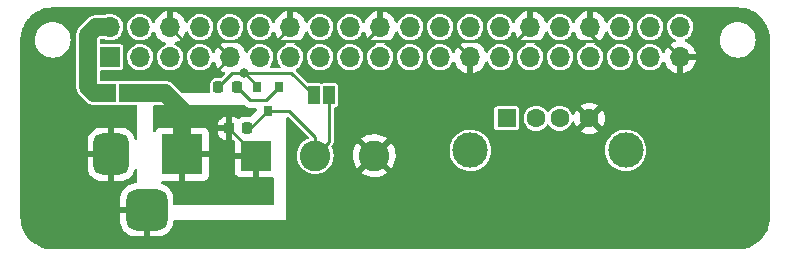
<source format=gbr>
%TF.GenerationSoftware,KiCad,Pcbnew,(5.99.0-11450-g1c1f7ac07e)*%
%TF.CreationDate,2021-09-18T13:42:06-03:00*%
%TF.ProjectId,LedHAt,4c656448-4174-42e6-9b69-6361645f7063,rev?*%
%TF.SameCoordinates,Original*%
%TF.FileFunction,Copper,L2,Bot*%
%TF.FilePolarity,Positive*%
%FSLAX46Y46*%
G04 Gerber Fmt 4.6, Leading zero omitted, Abs format (unit mm)*
G04 Created by KiCad (PCBNEW (5.99.0-11450-g1c1f7ac07e)) date 2021-09-18 13:42:06*
%MOMM*%
%LPD*%
G01*
G04 APERTURE LIST*
G04 Aperture macros list*
%AMRoundRect*
0 Rectangle with rounded corners*
0 $1 Rounding radius*
0 $2 $3 $4 $5 $6 $7 $8 $9 X,Y pos of 4 corners*
0 Add a 4 corners polygon primitive as box body*
4,1,4,$2,$3,$4,$5,$6,$7,$8,$9,$2,$3,0*
0 Add four circle primitives for the rounded corners*
1,1,$1+$1,$2,$3*
1,1,$1+$1,$4,$5*
1,1,$1+$1,$6,$7*
1,1,$1+$1,$8,$9*
0 Add four rect primitives between the rounded corners*
20,1,$1+$1,$2,$3,$4,$5,0*
20,1,$1+$1,$4,$5,$6,$7,0*
20,1,$1+$1,$6,$7,$8,$9,0*
20,1,$1+$1,$8,$9,$2,$3,0*%
G04 Aperture macros list end*
%TA.AperFunction,ComponentPad*%
%ADD10R,3.500000X3.500000*%
%TD*%
%TA.AperFunction,ComponentPad*%
%ADD11RoundRect,0.750000X-0.750000X-1.000000X0.750000X-1.000000X0.750000X1.000000X-0.750000X1.000000X0*%
%TD*%
%TA.AperFunction,ComponentPad*%
%ADD12RoundRect,0.875000X-0.875000X-0.875000X0.875000X-0.875000X0.875000X0.875000X-0.875000X0.875000X0*%
%TD*%
%TA.AperFunction,ComponentPad*%
%ADD13R,1.600000X1.500000*%
%TD*%
%TA.AperFunction,ComponentPad*%
%ADD14C,1.600000*%
%TD*%
%TA.AperFunction,ComponentPad*%
%ADD15C,3.000000*%
%TD*%
%TA.AperFunction,ComponentPad*%
%ADD16R,2.600000X2.600000*%
%TD*%
%TA.AperFunction,ComponentPad*%
%ADD17C,2.600000*%
%TD*%
%TA.AperFunction,SMDPad,CuDef*%
%ADD18R,0.800000X0.900000*%
%TD*%
%TA.AperFunction,SMDPad,CuDef*%
%ADD19R,1.000000X1.500000*%
%TD*%
%TA.AperFunction,SMDPad,CuDef*%
%ADD20RoundRect,0.218750X-0.218750X-0.256250X0.218750X-0.256250X0.218750X0.256250X-0.218750X0.256250X0*%
%TD*%
%TA.AperFunction,ComponentPad*%
%ADD21R,1.700000X1.700000*%
%TD*%
%TA.AperFunction,ComponentPad*%
%ADD22O,1.700000X1.700000*%
%TD*%
%TA.AperFunction,ViaPad*%
%ADD23C,0.800000*%
%TD*%
%TA.AperFunction,Conductor*%
%ADD24C,1.500000*%
%TD*%
%TA.AperFunction,Conductor*%
%ADD25C,0.254000*%
%TD*%
%TA.AperFunction,Conductor*%
%ADD26C,0.250000*%
%TD*%
G04 APERTURE END LIST*
D10*
%TO.P,J3,1*%
%TO.N,/5V*%
X34450000Y-33192500D03*
D11*
%TO.P,J3,2*%
%TO.N,/GND*%
X28450000Y-33192500D03*
D12*
%TO.P,J3,3*%
X31450000Y-37892500D03*
%TD*%
D13*
%TO.P,J4,1,VBUS*%
%TO.N,/5V*%
X61925200Y-30149800D03*
D14*
%TO.P,J4,2,D-*%
%TO.N,unconnected-(J4-Pad2)*%
X64425200Y-30149800D03*
%TO.P,J4,3,D+*%
%TO.N,unconnected-(J4-Pad3)*%
X66425200Y-30149800D03*
%TO.P,J4,4,GND*%
%TO.N,/GND*%
X68925200Y-30149800D03*
D15*
%TO.P,J4,5,Shield*%
%TO.N,unconnected-(J4-Pad5)*%
X58855200Y-32859800D03*
X71995200Y-32859800D03*
%TD*%
D16*
%TO.P,J1,1,Pin_1*%
%TO.N,/5V*%
X40716200Y-33299400D03*
D17*
%TO.P,J1,2,Pin_2*%
%TO.N,/GPIO18_5V*%
X45716200Y-33299400D03*
%TO.P,J1,3,Pin_3*%
%TO.N,/GND*%
X50716200Y-33299400D03*
%TD*%
D18*
%TO.P,Q1,1,G*%
%TO.N,/GPIO18*%
X40750000Y-27500000D03*
%TO.P,Q1,2,S*%
%TO.N,Net-(Q1-Pad2)*%
X42650000Y-27500000D03*
%TO.P,Q1,3,D*%
%TO.N,/GPIO18_5V*%
X41700000Y-29500000D03*
%TD*%
D19*
%TO.P,JP2,1,1*%
%TO.N,/GPIO18_5V*%
X46900000Y-28200000D03*
%TO.P,JP2,2,2*%
%TO.N,/GPIO18*%
X45600000Y-28200000D03*
%TD*%
D20*
%TO.P,R2,1*%
%TO.N,/GPIO18*%
X37512500Y-27500000D03*
%TO.P,R2,2*%
%TO.N,Net-(Q1-Pad2)*%
X39087500Y-27500000D03*
%TD*%
%TO.P,R1,1*%
%TO.N,/5V*%
X38412500Y-31000000D03*
%TO.P,R1,2*%
%TO.N,/GPIO18_5V*%
X39987500Y-31000000D03*
%TD*%
D21*
%TO.P,J2,1,Pin_1*%
%TO.N,/3V3*%
X28370000Y-24970000D03*
D22*
%TO.P,J2,2,Pin_2*%
%TO.N,/5V_Rpi*%
X28370000Y-22430000D03*
%TO.P,J2,3,Pin_3*%
%TO.N,/SDA(GPIO2)*%
X30910000Y-24970000D03*
%TO.P,J2,4,Pin_4*%
%TO.N,/5V_Rpi*%
X30910000Y-22430000D03*
%TO.P,J2,5,Pin_5*%
%TO.N,/SCL(GPIO3)*%
X33450000Y-24970000D03*
%TO.P,J2,6,Pin_6*%
%TO.N,/GND*%
X33450000Y-22430000D03*
%TO.P,J2,7,Pin_7*%
%TO.N,/GPIO4*%
X35990000Y-24970000D03*
%TO.P,J2,8,Pin_8*%
%TO.N,/UART0_TX*%
X35990000Y-22430000D03*
%TO.P,J2,9,Pin_9*%
%TO.N,/GND*%
X38530000Y-24970000D03*
%TO.P,J2,10,Pin_10*%
%TO.N,/UART0_RX*%
X38530000Y-22430000D03*
%TO.P,J2,11,Pin_11*%
%TO.N,/GPIO17*%
X41070000Y-24970000D03*
%TO.P,J2,12,Pin_12*%
%TO.N,/GPIO18*%
X41070000Y-22430000D03*
%TO.P,J2,13,Pin_13*%
%TO.N,/GPIO27*%
X43610000Y-24970000D03*
%TO.P,J2,14,Pin_14*%
%TO.N,/GND*%
X43610000Y-22430000D03*
%TO.P,J2,15,Pin_15*%
%TO.N,/GPIO22*%
X46150000Y-24970000D03*
%TO.P,J2,16,Pin_16*%
%TO.N,/GPIO23*%
X46150000Y-22430000D03*
%TO.P,J2,17,Pin_17*%
%TO.N,/3V3*%
X48690000Y-24970000D03*
%TO.P,J2,18,Pin_18*%
%TO.N,/GPIO24*%
X48690000Y-22430000D03*
%TO.P,J2,19,Pin_19*%
%TO.N,/GPIO10*%
X51230000Y-24970000D03*
%TO.P,J2,20,Pin_20*%
%TO.N,/GND*%
X51230000Y-22430000D03*
%TO.P,J2,21,Pin_21*%
%TO.N,/GPIO9*%
X53770000Y-24970000D03*
%TO.P,J2,22,Pin_22*%
%TO.N,/GPIO25*%
X53770000Y-22430000D03*
%TO.P,J2,23,Pin_23*%
%TO.N,/GPIO11*%
X56310000Y-24970000D03*
%TO.P,J2,24,Pin_24*%
%TO.N,/GPIO8*%
X56310000Y-22430000D03*
%TO.P,J2,25,Pin_25*%
%TO.N,/GND*%
X58850000Y-24970000D03*
%TO.P,J2,26,Pin_26*%
%TO.N,/GPIO7*%
X58850000Y-22430000D03*
%TO.P,J2,27,Pin_27*%
%TO.N,unconnected-(J2-Pad27)*%
X61390000Y-24970000D03*
%TO.P,J2,28,Pin_28*%
%TO.N,unconnected-(J2-Pad28)*%
X61390000Y-22430000D03*
%TO.P,J2,29,Pin_29*%
%TO.N,/GPIO5*%
X63930000Y-24970000D03*
%TO.P,J2,30,Pin_30*%
%TO.N,/GND*%
X63930000Y-22430000D03*
%TO.P,J2,31,Pin_31*%
%TO.N,/GPIO6*%
X66470000Y-24970000D03*
%TO.P,J2,32,Pin_32*%
%TO.N,/GPIO12*%
X66470000Y-22430000D03*
%TO.P,J2,33,Pin_33*%
%TO.N,/GPIO13*%
X69010000Y-24970000D03*
%TO.P,J2,34,Pin_34*%
%TO.N,/GND*%
X69010000Y-22430000D03*
%TO.P,J2,35,Pin_35*%
%TO.N,/GPIO19*%
X71550000Y-24970000D03*
%TO.P,J2,36,Pin_36*%
%TO.N,/GPIO16*%
X71550000Y-22430000D03*
%TO.P,J2,37,Pin_37*%
%TO.N,/GPIO26*%
X74090000Y-24970000D03*
%TO.P,J2,38,Pin_38*%
%TO.N,/GPIO20*%
X74090000Y-22430000D03*
%TO.P,J2,39,Pin_39*%
%TO.N,/GND*%
X76630000Y-24970000D03*
%TO.P,J2,40,Pin_40*%
%TO.N,/GPIO21*%
X76630000Y-22430000D03*
%TD*%
D19*
%TO.P,JP1,1,A*%
%TO.N,/5V_Rpi*%
X28350000Y-28000000D03*
%TO.P,JP1,2,B*%
%TO.N,/5V*%
X29650000Y-28000000D03*
%TD*%
D23*
%TO.N,/GPIO18*%
X39700000Y-26300000D03*
%TO.N,/GND*%
X42280000Y-23760000D03*
X22072600Y-38277800D03*
X21818600Y-34899600D03*
X62575489Y-23604511D03*
X82448400Y-28778200D03*
X21666200Y-31623000D03*
X24688800Y-40208200D03*
X61163200Y-40259000D03*
X35200000Y-27300000D03*
X82499200Y-31496000D03*
X74803000Y-40182800D03*
X82575400Y-37973000D03*
X54533800Y-40411400D03*
X28168600Y-40538400D03*
X68808600Y-40132000D03*
X35407600Y-40309800D03*
X64617600Y-40030400D03*
X40665400Y-40436800D03*
X77851000Y-40182800D03*
X70375489Y-23604511D03*
X45440600Y-40208200D03*
X58013600Y-40259000D03*
X82499200Y-33832800D03*
X34750000Y-23775000D03*
X81508600Y-39903400D03*
X82499200Y-35890200D03*
X49920000Y-23800000D03*
X71018400Y-40132000D03*
X50215800Y-40309800D03*
X21666200Y-28016200D03*
%TD*%
D24*
%TO.N,/5V*%
X34450000Y-33192500D02*
X34450000Y-29450000D01*
D25*
X38416800Y-31000000D02*
X40716200Y-33299400D01*
X38412500Y-31000000D02*
X38416800Y-31000000D01*
D24*
X33000000Y-28000000D02*
X30000000Y-28000000D01*
X34450000Y-29450000D02*
X33000000Y-28000000D01*
D25*
%TO.N,/GPIO18*%
X43700000Y-26300000D02*
X45600000Y-28200000D01*
X39700000Y-26300000D02*
X43700000Y-26300000D01*
X38712500Y-26300000D02*
X39700000Y-26300000D01*
X40750000Y-27350000D02*
X39700000Y-26300000D01*
X40750000Y-27500000D02*
X40750000Y-27350000D01*
X37512500Y-27500000D02*
X38712500Y-26300000D01*
D26*
%TO.N,/GND*%
X62575489Y-23604511D02*
X62755489Y-23604511D01*
X36200000Y-27300000D02*
X35200000Y-27300000D01*
X42435489Y-23604511D02*
X49724511Y-23604511D01*
X34920489Y-23604511D02*
X34750000Y-23775000D01*
X37164511Y-23604511D02*
X38530000Y-24970000D01*
X50055489Y-23604511D02*
X51230000Y-22430000D01*
X38530000Y-24970000D02*
X36200000Y-27300000D01*
X42280000Y-23760000D02*
X42435489Y-23604511D01*
X62755489Y-23604511D02*
X69562689Y-23604511D01*
X69562689Y-23604511D02*
X70375489Y-23604511D01*
X70375489Y-23604511D02*
X75264511Y-23604511D01*
X69010000Y-23051822D02*
X69562689Y-23604511D01*
X33450000Y-22475000D02*
X34750000Y-23775000D01*
X57484511Y-23604511D02*
X62575489Y-23604511D01*
X50055489Y-23604511D02*
X50055489Y-23664511D01*
X33450000Y-22430000D02*
X33450000Y-22475000D01*
X37164511Y-23604511D02*
X34920489Y-23604511D01*
X43610000Y-22430000D02*
X42280000Y-23760000D01*
X37164511Y-23604511D02*
X42124511Y-23604511D01*
X69010000Y-22430000D02*
X69010000Y-23051822D01*
X49724511Y-23604511D02*
X49920000Y-23800000D01*
X57484511Y-23604511D02*
X58850000Y-24970000D01*
X42124511Y-23604511D02*
X42280000Y-23760000D01*
X62755489Y-23604511D02*
X63930000Y-22430000D01*
X50055489Y-23664511D02*
X49920000Y-23800000D01*
X75264511Y-23604511D02*
X76630000Y-24970000D01*
X50055489Y-23604511D02*
X57484511Y-23604511D01*
D24*
%TO.N,/5V_Rpi*%
X26500000Y-27500000D02*
X27000000Y-28000000D01*
X27000000Y-28000000D02*
X28000000Y-28000000D01*
X26500000Y-23097919D02*
X26500000Y-27500000D01*
X28370000Y-22430000D02*
X27167919Y-22430000D01*
X27167919Y-22430000D02*
X26500000Y-23097919D01*
D25*
%TO.N,/GPIO18_5V*%
X43500000Y-29500000D02*
X45716200Y-31716200D01*
X45716200Y-31716200D02*
X45716200Y-33299400D01*
X39987500Y-31000000D02*
X40200000Y-31000000D01*
X46900000Y-32115600D02*
X45716200Y-33299400D01*
X46900000Y-28200000D02*
X46900000Y-32115600D01*
X41700000Y-29500000D02*
X43500000Y-29500000D01*
X40200000Y-31000000D02*
X41700000Y-29500000D01*
%TO.N,Net-(Q1-Pad2)*%
X40210989Y-28623489D02*
X41526511Y-28623489D01*
X39087500Y-27500000D02*
X40210989Y-28623489D01*
X41526511Y-28623489D02*
X42650000Y-27500000D01*
%TD*%
%TA.AperFunction,Conductor*%
%TO.N,/5V*%
G36*
X39736105Y-29052202D02*
G01*
X39754238Y-29066351D01*
X39767273Y-29078592D01*
X39770114Y-29081346D01*
X39789895Y-29101127D01*
X39793103Y-29103615D01*
X39802132Y-29111326D01*
X39834483Y-29141706D01*
X39841432Y-29145526D01*
X39852318Y-29151511D01*
X39868842Y-29162365D01*
X39884922Y-29174838D01*
X39892199Y-29177987D01*
X39925639Y-29192458D01*
X39936300Y-29197681D01*
X39968236Y-29215238D01*
X39968241Y-29215240D01*
X39975186Y-29219058D01*
X39982860Y-29221028D01*
X39982867Y-29221031D01*
X39994902Y-29224121D01*
X40013607Y-29230525D01*
X40025002Y-29235456D01*
X40032281Y-29238606D01*
X40059331Y-29242890D01*
X40076116Y-29245549D01*
X40087729Y-29247954D01*
X40130707Y-29258989D01*
X40151054Y-29258989D01*
X40170766Y-29260540D01*
X40190868Y-29263724D01*
X40198760Y-29262978D01*
X40235045Y-29259548D01*
X40246903Y-29258989D01*
X40665500Y-29258989D01*
X40733621Y-29278991D01*
X40780114Y-29332647D01*
X40791500Y-29384989D01*
X40791500Y-29457577D01*
X40771498Y-29525698D01*
X40754595Y-29546672D01*
X40321672Y-29979595D01*
X40259360Y-30013621D01*
X40232577Y-30016500D01*
X39720839Y-30016500D01*
X39717629Y-30016832D01*
X39717623Y-30016832D01*
X39625884Y-30026312D01*
X39625880Y-30026313D01*
X39619018Y-30027022D01*
X39458151Y-30080692D01*
X39313945Y-30169929D01*
X39308776Y-30175107D01*
X39288759Y-30195159D01*
X39226477Y-30229238D01*
X39155657Y-30224235D01*
X39110568Y-30195314D01*
X39089920Y-30174702D01*
X39078509Y-30165690D01*
X38946709Y-30084447D01*
X38933532Y-30078303D01*
X38786157Y-30029421D01*
X38772790Y-30026555D01*
X38683300Y-30017386D01*
X38669376Y-30021475D01*
X38668171Y-30022865D01*
X38666500Y-30030548D01*
X38666500Y-31964885D01*
X38670975Y-31980124D01*
X38672365Y-31981329D01*
X38679251Y-31982827D01*
X38682336Y-31982668D01*
X38769248Y-31973686D01*
X38839064Y-31986580D01*
X38890826Y-32035172D01*
X38908200Y-32099019D01*
X38908200Y-33027285D01*
X38912675Y-33042524D01*
X38914065Y-33043729D01*
X38921748Y-33045400D01*
X40844200Y-33045400D01*
X40912321Y-33065402D01*
X40958814Y-33119058D01*
X40970200Y-33171400D01*
X40970200Y-35089285D01*
X40974675Y-35104524D01*
X40976065Y-35105729D01*
X40983748Y-35107400D01*
X42063400Y-35107400D01*
X42131521Y-35127402D01*
X42178014Y-35181058D01*
X42189400Y-35233400D01*
X42189400Y-37389800D01*
X42169398Y-37457921D01*
X42115742Y-37504414D01*
X42063400Y-37515800D01*
X33834500Y-37515800D01*
X33766379Y-37495798D01*
X33719886Y-37442142D01*
X33708500Y-37389800D01*
X33708500Y-36925136D01*
X33705381Y-36867543D01*
X33660380Y-36637107D01*
X33577196Y-36417548D01*
X33458209Y-36215144D01*
X33306819Y-36035681D01*
X33127356Y-35884291D01*
X32924952Y-35765304D01*
X32737613Y-35694327D01*
X32680998Y-35651488D01*
X32656530Y-35584840D01*
X32671979Y-35515545D01*
X32722440Y-35465602D01*
X32782254Y-35450500D01*
X34177885Y-35450500D01*
X34193124Y-35446025D01*
X34194329Y-35444635D01*
X34196000Y-35436952D01*
X34196000Y-33460048D01*
X34704000Y-33460048D01*
X34704000Y-35432385D01*
X34708475Y-35447624D01*
X34709865Y-35448829D01*
X34717548Y-35450500D01*
X36244672Y-35450500D01*
X36251486Y-35450131D01*
X36302351Y-35444605D01*
X36317606Y-35440978D01*
X36438054Y-35395824D01*
X36453649Y-35387286D01*
X36555724Y-35310785D01*
X36568285Y-35298224D01*
X36644786Y-35196149D01*
X36653324Y-35180554D01*
X36698478Y-35060106D01*
X36702105Y-35044851D01*
X36707631Y-34993986D01*
X36708000Y-34987172D01*
X36708000Y-33566948D01*
X38908200Y-33566948D01*
X38908200Y-34644072D01*
X38908569Y-34650886D01*
X38914095Y-34701751D01*
X38917722Y-34717006D01*
X38962876Y-34837454D01*
X38971414Y-34853049D01*
X39047915Y-34955124D01*
X39060476Y-34967685D01*
X39162551Y-35044186D01*
X39178146Y-35052724D01*
X39298594Y-35097878D01*
X39313849Y-35101505D01*
X39364714Y-35107031D01*
X39371528Y-35107400D01*
X40444085Y-35107400D01*
X40459324Y-35102925D01*
X40460529Y-35101535D01*
X40462200Y-35093852D01*
X40462200Y-33571515D01*
X40457725Y-33556276D01*
X40456335Y-33555071D01*
X40448652Y-33553400D01*
X38926315Y-33553400D01*
X38911076Y-33557875D01*
X38909871Y-33559265D01*
X38908200Y-33566948D01*
X36708000Y-33566948D01*
X36708000Y-33464615D01*
X36703525Y-33449376D01*
X36702135Y-33448171D01*
X36694452Y-33446500D01*
X34722115Y-33446500D01*
X34706876Y-33450975D01*
X34705671Y-33452365D01*
X34704000Y-33460048D01*
X34196000Y-33460048D01*
X34196000Y-30952615D01*
X34194659Y-30948048D01*
X34704000Y-30948048D01*
X34704000Y-32920385D01*
X34708475Y-32935624D01*
X34709865Y-32936829D01*
X34717548Y-32938500D01*
X36689885Y-32938500D01*
X36705124Y-32934025D01*
X36706329Y-32932635D01*
X36708000Y-32924952D01*
X36708000Y-31397828D01*
X36707631Y-31391014D01*
X36702105Y-31340149D01*
X36698478Y-31324894D01*
X36676980Y-31267548D01*
X37467000Y-31267548D01*
X37467000Y-31300883D01*
X37467332Y-31307336D01*
X37476806Y-31399011D01*
X37479701Y-31412429D01*
X37528830Y-31559687D01*
X37535004Y-31572866D01*
X37616470Y-31704514D01*
X37625506Y-31715915D01*
X37735080Y-31825298D01*
X37746491Y-31834310D01*
X37878291Y-31915553D01*
X37891468Y-31921697D01*
X38038843Y-31970579D01*
X38052210Y-31973445D01*
X38141700Y-31982614D01*
X38155624Y-31978525D01*
X38156829Y-31977135D01*
X38158500Y-31969452D01*
X38158500Y-31272115D01*
X38154025Y-31256876D01*
X38152635Y-31255671D01*
X38144952Y-31254000D01*
X37485115Y-31254000D01*
X37469876Y-31258475D01*
X37468671Y-31259865D01*
X37467000Y-31267548D01*
X36676980Y-31267548D01*
X36653324Y-31204446D01*
X36644786Y-31188851D01*
X36568285Y-31086776D01*
X36555724Y-31074215D01*
X36453649Y-30997714D01*
X36438054Y-30989176D01*
X36317606Y-30944022D01*
X36302351Y-30940395D01*
X36251486Y-30934869D01*
X36244672Y-30934500D01*
X34722115Y-30934500D01*
X34706876Y-30938975D01*
X34705671Y-30940365D01*
X34704000Y-30948048D01*
X34194659Y-30948048D01*
X34191525Y-30937376D01*
X34190135Y-30936171D01*
X34182452Y-30934500D01*
X32655328Y-30934500D01*
X32648514Y-30934869D01*
X32597649Y-30940395D01*
X32582394Y-30944022D01*
X32461946Y-30989176D01*
X32446351Y-30997714D01*
X32344276Y-31074215D01*
X32331715Y-31086776D01*
X32255214Y-31188851D01*
X32242366Y-31212318D01*
X32240300Y-31211187D01*
X32205339Y-31257727D01*
X32138777Y-31282426D01*
X32069429Y-31267218D01*
X32019311Y-31216931D01*
X32004000Y-31156732D01*
X32004000Y-30698685D01*
X37467000Y-30698685D01*
X37467000Y-30727885D01*
X37471475Y-30743124D01*
X37472865Y-30744329D01*
X37480548Y-30746000D01*
X38140385Y-30746000D01*
X38155624Y-30741525D01*
X38156829Y-30740135D01*
X38158500Y-30732452D01*
X38158500Y-30035115D01*
X38154025Y-30019876D01*
X38152635Y-30018671D01*
X38145749Y-30017173D01*
X38142664Y-30017332D01*
X38050989Y-30026806D01*
X38037571Y-30029701D01*
X37890313Y-30078830D01*
X37877134Y-30085004D01*
X37745486Y-30166470D01*
X37734085Y-30175506D01*
X37624702Y-30285080D01*
X37615690Y-30296491D01*
X37534447Y-30428291D01*
X37528303Y-30441468D01*
X37479421Y-30588843D01*
X37476555Y-30602210D01*
X37467328Y-30692270D01*
X37467000Y-30698685D01*
X32004000Y-30698685D01*
X32004000Y-29158200D01*
X32024002Y-29090079D01*
X32077658Y-29043586D01*
X32130000Y-29032200D01*
X39667984Y-29032200D01*
X39736105Y-29052202D01*
G37*
%TD.AperFunction*%
%TD*%
%TA.AperFunction,Conductor*%
%TO.N,/GND*%
G36*
X81487153Y-20756421D02*
G01*
X81500000Y-20758976D01*
X81512170Y-20756556D01*
X81524581Y-20756556D01*
X81524581Y-20756757D01*
X81535469Y-20755992D01*
X81800393Y-20770870D01*
X81814425Y-20772450D01*
X81959248Y-20797057D01*
X82104066Y-20821663D01*
X82117841Y-20824807D01*
X82204600Y-20849802D01*
X82400156Y-20906141D01*
X82413477Y-20910802D01*
X82684912Y-21023234D01*
X82697635Y-21029361D01*
X82836395Y-21106051D01*
X82954768Y-21171474D01*
X82966731Y-21178991D01*
X83206329Y-21348994D01*
X83217376Y-21357803D01*
X83310408Y-21440942D01*
X83436439Y-21553570D01*
X83446429Y-21563560D01*
X83630981Y-21770073D01*
X83642196Y-21782623D01*
X83651006Y-21793671D01*
X83821009Y-22033269D01*
X83828526Y-22045232D01*
X83970637Y-22302361D01*
X83976766Y-22315088D01*
X84089198Y-22586523D01*
X84093859Y-22599844D01*
X84139595Y-22758596D01*
X84175193Y-22882159D01*
X84178337Y-22895934D01*
X84194206Y-22989332D01*
X84217924Y-23128920D01*
X84227549Y-23185570D01*
X84229130Y-23199607D01*
X84243560Y-23456549D01*
X84244008Y-23464528D01*
X84243243Y-23475419D01*
X84243444Y-23475419D01*
X84243444Y-23487830D01*
X84241024Y-23500000D01*
X84243579Y-23512844D01*
X84246000Y-23537425D01*
X84246000Y-38462575D01*
X84243579Y-38487153D01*
X84241024Y-38500000D01*
X84243444Y-38512170D01*
X84243444Y-38524581D01*
X84243243Y-38524581D01*
X84244008Y-38535472D01*
X84229131Y-38800389D01*
X84227550Y-38814425D01*
X84217158Y-38875585D01*
X84178337Y-39104066D01*
X84175193Y-39117841D01*
X84093859Y-39400156D01*
X84089198Y-39413477D01*
X84026452Y-39564960D01*
X83976768Y-39684908D01*
X83970637Y-39697639D01*
X83828526Y-39954768D01*
X83821009Y-39966731D01*
X83651006Y-40206329D01*
X83642196Y-40217377D01*
X83446430Y-40436439D01*
X83436439Y-40446430D01*
X83217377Y-40642196D01*
X83206329Y-40651006D01*
X82966731Y-40821009D01*
X82954768Y-40828526D01*
X82697635Y-40970639D01*
X82684912Y-40976766D01*
X82413477Y-41089198D01*
X82400156Y-41093859D01*
X82204600Y-41150198D01*
X82117841Y-41175193D01*
X82104066Y-41178337D01*
X81959248Y-41202943D01*
X81814425Y-41227550D01*
X81800393Y-41229130D01*
X81535469Y-41244008D01*
X81524581Y-41243243D01*
X81524581Y-41243444D01*
X81512170Y-41243444D01*
X81500000Y-41241024D01*
X81487153Y-41243579D01*
X81462575Y-41246000D01*
X23537425Y-41246000D01*
X23512847Y-41243579D01*
X23500000Y-41241024D01*
X23487830Y-41243444D01*
X23475419Y-41243444D01*
X23475419Y-41243243D01*
X23464531Y-41244008D01*
X23199607Y-41229130D01*
X23185575Y-41227550D01*
X23040752Y-41202943D01*
X22895934Y-41178337D01*
X22882159Y-41175193D01*
X22795400Y-41150198D01*
X22599844Y-41093859D01*
X22586523Y-41089198D01*
X22315088Y-40976766D01*
X22302365Y-40970639D01*
X22045232Y-40828526D01*
X22033269Y-40821009D01*
X21793671Y-40651006D01*
X21782623Y-40642196D01*
X21563561Y-40446430D01*
X21553570Y-40436439D01*
X21357804Y-40217377D01*
X21348994Y-40206329D01*
X21178991Y-39966731D01*
X21171474Y-39954768D01*
X21029363Y-39697639D01*
X21023232Y-39684908D01*
X20973548Y-39564960D01*
X20910802Y-39413477D01*
X20906141Y-39400156D01*
X20824807Y-39117841D01*
X20821663Y-39104066D01*
X20782842Y-38875585D01*
X20772450Y-38814425D01*
X20770869Y-38800389D01*
X20755992Y-38535472D01*
X20756757Y-38524581D01*
X20756556Y-38524581D01*
X20756556Y-38512170D01*
X20758976Y-38500000D01*
X20756421Y-38487153D01*
X20754000Y-38462575D01*
X20754000Y-33460048D01*
X26442000Y-33460048D01*
X26442000Y-34252464D01*
X26442207Y-34257570D01*
X26453082Y-34391266D01*
X26454853Y-34401821D01*
X26507967Y-34608685D01*
X26511701Y-34619231D01*
X26600510Y-34813205D01*
X26606046Y-34822912D01*
X26727803Y-34998097D01*
X26734976Y-35006676D01*
X26885824Y-35157524D01*
X26894403Y-35164697D01*
X27069588Y-35286454D01*
X27079295Y-35291990D01*
X27273269Y-35380799D01*
X27283815Y-35384533D01*
X27490679Y-35437647D01*
X27501234Y-35439418D01*
X27634930Y-35450293D01*
X27640036Y-35450500D01*
X28177885Y-35450500D01*
X28193124Y-35446025D01*
X28194329Y-35444635D01*
X28196000Y-35436952D01*
X28196000Y-33464615D01*
X28191525Y-33449376D01*
X28190135Y-33448171D01*
X28182452Y-33446500D01*
X26460115Y-33446500D01*
X26444876Y-33450975D01*
X26443671Y-33452365D01*
X26442000Y-33460048D01*
X20754000Y-33460048D01*
X20754000Y-32132536D01*
X26442000Y-32132536D01*
X26442000Y-32920385D01*
X26446475Y-32935624D01*
X26447865Y-32936829D01*
X26455548Y-32938500D01*
X28177885Y-32938500D01*
X28193124Y-32934025D01*
X28194329Y-32932635D01*
X28196000Y-32924952D01*
X28196000Y-30952615D01*
X28191525Y-30937376D01*
X28190135Y-30936171D01*
X28182452Y-30934500D01*
X27640036Y-30934500D01*
X27634930Y-30934707D01*
X27501234Y-30945582D01*
X27490679Y-30947353D01*
X27283815Y-31000467D01*
X27273269Y-31004201D01*
X27079295Y-31093010D01*
X27069588Y-31098546D01*
X26894403Y-31220303D01*
X26885824Y-31227476D01*
X26734976Y-31378324D01*
X26727803Y-31386903D01*
X26606046Y-31562088D01*
X26600510Y-31571795D01*
X26511701Y-31765769D01*
X26507967Y-31776315D01*
X26454853Y-31983179D01*
X26453082Y-31993734D01*
X26442207Y-32127430D01*
X26442000Y-32132536D01*
X20754000Y-32132536D01*
X20754000Y-23537425D01*
X20756421Y-23512844D01*
X20758976Y-23500000D01*
X21990848Y-23500000D01*
X22009428Y-23736083D01*
X22010582Y-23740890D01*
X22010583Y-23740896D01*
X22033949Y-23838222D01*
X22064711Y-23966354D01*
X22066604Y-23970925D01*
X22066605Y-23970927D01*
X22115922Y-24089987D01*
X22155336Y-24185141D01*
X22279070Y-24387057D01*
X22432868Y-24567132D01*
X22612943Y-24720930D01*
X22814859Y-24844664D01*
X22819429Y-24846557D01*
X22819433Y-24846559D01*
X23029073Y-24933395D01*
X23029075Y-24933396D01*
X23033646Y-24935289D01*
X23113499Y-24954460D01*
X23259104Y-24989417D01*
X23259110Y-24989418D01*
X23263917Y-24990572D01*
X23500000Y-25009152D01*
X23736083Y-24990572D01*
X23740890Y-24989418D01*
X23740896Y-24989417D01*
X23886501Y-24954460D01*
X23966354Y-24935289D01*
X23970925Y-24933396D01*
X23970927Y-24933395D01*
X24180567Y-24846559D01*
X24180571Y-24846557D01*
X24185141Y-24844664D01*
X24387057Y-24720930D01*
X24567132Y-24567132D01*
X24720930Y-24387057D01*
X24844664Y-24185141D01*
X24884079Y-24089987D01*
X24933395Y-23970927D01*
X24933396Y-23970925D01*
X24935289Y-23966354D01*
X24966051Y-23838222D01*
X24989417Y-23740896D01*
X24989418Y-23740890D01*
X24990572Y-23736083D01*
X25009152Y-23500000D01*
X24990572Y-23263917D01*
X24982523Y-23230388D01*
X24956642Y-23122588D01*
X25490621Y-23122588D01*
X25491421Y-23128920D01*
X25494506Y-23153341D01*
X25495500Y-23169133D01*
X25495500Y-27483807D01*
X25495451Y-27487326D01*
X25493031Y-27573947D01*
X25494140Y-27580236D01*
X25503551Y-27633611D01*
X25504820Y-27642756D01*
X25507007Y-27664286D01*
X25510942Y-27703024D01*
X25512850Y-27709112D01*
X25512850Y-27709113D01*
X25519596Y-27730640D01*
X25523446Y-27746437D01*
X25524671Y-27753381D01*
X25528468Y-27774916D01*
X25530819Y-27780853D01*
X25550766Y-27831236D01*
X25553847Y-27839936D01*
X25559002Y-27856383D01*
X25571967Y-27897755D01*
X25585987Y-27923047D01*
X25592937Y-27937749D01*
X25601240Y-27958721D01*
X25601243Y-27958726D01*
X25603590Y-27964655D01*
X25607080Y-27969988D01*
X25607085Y-27969998D01*
X25636768Y-28015358D01*
X25641537Y-28023263D01*
X25670902Y-28076238D01*
X25675051Y-28081079D01*
X25675054Y-28081083D01*
X25689721Y-28098194D01*
X25699487Y-28111202D01*
X25712674Y-28131355D01*
X25712684Y-28131368D01*
X25715331Y-28135413D01*
X25718571Y-28139011D01*
X25718699Y-28139154D01*
X25718713Y-28139168D01*
X25719819Y-28140397D01*
X25758894Y-28179472D01*
X25765467Y-28186569D01*
X25803705Y-28231182D01*
X25808747Y-28235093D01*
X25808749Y-28235095D01*
X25828198Y-28250181D01*
X25840066Y-28260644D01*
X26278247Y-28698824D01*
X26280700Y-28701346D01*
X26340254Y-28764323D01*
X26345479Y-28767981D01*
X26345483Y-28767985D01*
X26389890Y-28799078D01*
X26397231Y-28804630D01*
X26444190Y-28842929D01*
X26469832Y-28856335D01*
X26483719Y-28864778D01*
X26507418Y-28881372D01*
X26513272Y-28883905D01*
X26513275Y-28883907D01*
X26563017Y-28905432D01*
X26571332Y-28909397D01*
X26625037Y-28937474D01*
X26631164Y-28939231D01*
X26631169Y-28939233D01*
X26652844Y-28945448D01*
X26668153Y-28950930D01*
X26688838Y-28959881D01*
X26688846Y-28959884D01*
X26694703Y-28962418D01*
X26700953Y-28963724D01*
X26700954Y-28963724D01*
X26710073Y-28965629D01*
X26754005Y-28974807D01*
X26762948Y-28977019D01*
X26821201Y-28993723D01*
X26847565Y-28995752D01*
X26850047Y-28995943D01*
X26866143Y-28998234D01*
X26889725Y-29003160D01*
X26889726Y-29003160D01*
X26894460Y-29004149D01*
X26901158Y-29004500D01*
X26956416Y-29004500D01*
X26966083Y-29004871D01*
X27018309Y-29008890D01*
X27018313Y-29008890D01*
X27024669Y-29009379D01*
X27055421Y-29005494D01*
X27071214Y-29004500D01*
X27799488Y-29004500D01*
X27799495Y-29004501D01*
X27799599Y-29004544D01*
X27799931Y-29004544D01*
X27850000Y-29004500D01*
X28900400Y-29004500D01*
X28900845Y-29004456D01*
X28910613Y-29000400D01*
X28951671Y-28983352D01*
X29022254Y-28975702D01*
X29048106Y-28983268D01*
X29088131Y-28999806D01*
X29088133Y-28999806D01*
X29099599Y-29004544D01*
X29150000Y-29004500D01*
X30539000Y-29004500D01*
X30607121Y-29024502D01*
X30653614Y-29078158D01*
X30665000Y-29130500D01*
X30665000Y-31842059D01*
X30644998Y-31910180D01*
X30591342Y-31956673D01*
X30521068Y-31966777D01*
X30456488Y-31937283D01*
X30416959Y-31873394D01*
X30392033Y-31776315D01*
X30388299Y-31765769D01*
X30299490Y-31571795D01*
X30293954Y-31562088D01*
X30172197Y-31386903D01*
X30165024Y-31378324D01*
X30014176Y-31227476D01*
X30005597Y-31220303D01*
X29830412Y-31098546D01*
X29820705Y-31093010D01*
X29626731Y-31004201D01*
X29616185Y-31000467D01*
X29409321Y-30947353D01*
X29398766Y-30945582D01*
X29265070Y-30934707D01*
X29259964Y-30934500D01*
X28722115Y-30934500D01*
X28706876Y-30938975D01*
X28705671Y-30940365D01*
X28704000Y-30948048D01*
X28704000Y-35432385D01*
X28708475Y-35447624D01*
X28709865Y-35448829D01*
X28717548Y-35450500D01*
X29259964Y-35450500D01*
X29265070Y-35450293D01*
X29398766Y-35439418D01*
X29409321Y-35437647D01*
X29616185Y-35384533D01*
X29626731Y-35380799D01*
X29820705Y-35291990D01*
X29830412Y-35286454D01*
X30005597Y-35164697D01*
X30014176Y-35157524D01*
X30165024Y-35006676D01*
X30172197Y-34998097D01*
X30293954Y-34822912D01*
X30299490Y-34813205D01*
X30388299Y-34619231D01*
X30392033Y-34608685D01*
X30416959Y-34511606D01*
X30453273Y-34450600D01*
X30516806Y-34418911D01*
X30587385Y-34426601D01*
X30642602Y-34471229D01*
X30665000Y-34542941D01*
X30665000Y-35508500D01*
X30644998Y-35576621D01*
X30591342Y-35623114D01*
X30539000Y-35634500D01*
X30484370Y-35634500D01*
X30480984Y-35634591D01*
X30429455Y-35637382D01*
X30420811Y-35638455D01*
X30199982Y-35681580D01*
X30189754Y-35684494D01*
X29980260Y-35763864D01*
X29970662Y-35768462D01*
X29777540Y-35881993D01*
X29768851Y-35888146D01*
X29597608Y-36032601D01*
X29590101Y-36040108D01*
X29445646Y-36211351D01*
X29439493Y-36220040D01*
X29325962Y-36413162D01*
X29321364Y-36422760D01*
X29241994Y-36632254D01*
X29239080Y-36642482D01*
X29195955Y-36863311D01*
X29194882Y-36871955D01*
X29192091Y-36923484D01*
X29192000Y-36926870D01*
X29192000Y-37620385D01*
X29196475Y-37635624D01*
X29197865Y-37636829D01*
X29205548Y-37638500D01*
X30665000Y-37638500D01*
X30665000Y-38146500D01*
X29210115Y-38146500D01*
X29194876Y-38150975D01*
X29193671Y-38152365D01*
X29192000Y-38160048D01*
X29192000Y-38858131D01*
X29192091Y-38861516D01*
X29194882Y-38913045D01*
X29195955Y-38921689D01*
X29239080Y-39142518D01*
X29241994Y-39152746D01*
X29321364Y-39362240D01*
X29325962Y-39371838D01*
X29439493Y-39564960D01*
X29445646Y-39573649D01*
X29590101Y-39744892D01*
X29597608Y-39752399D01*
X29768851Y-39896854D01*
X29777540Y-39903007D01*
X29970662Y-40016538D01*
X29980260Y-40021136D01*
X30189754Y-40100506D01*
X30199982Y-40103420D01*
X30420811Y-40146545D01*
X30429455Y-40147618D01*
X30480984Y-40150409D01*
X30484369Y-40150500D01*
X31177885Y-40150500D01*
X31193124Y-40146025D01*
X31194329Y-40144635D01*
X31196000Y-40136952D01*
X31196000Y-38756400D01*
X31704000Y-38756400D01*
X31704000Y-40132385D01*
X31708475Y-40147624D01*
X31709865Y-40148829D01*
X31717548Y-40150500D01*
X32415631Y-40150500D01*
X32419016Y-40150409D01*
X32470545Y-40147618D01*
X32479189Y-40146545D01*
X32700018Y-40103420D01*
X32710246Y-40100506D01*
X32919740Y-40021136D01*
X32929338Y-40016538D01*
X33122460Y-39903007D01*
X33131149Y-39896854D01*
X33302392Y-39752399D01*
X33309899Y-39744892D01*
X33454354Y-39573649D01*
X33460507Y-39564960D01*
X33574038Y-39371838D01*
X33578636Y-39362240D01*
X33658006Y-39152746D01*
X33660920Y-39142518D01*
X33704045Y-38921689D01*
X33705118Y-38913045D01*
X33707147Y-38875585D01*
X33730805Y-38808646D01*
X33786896Y-38765123D01*
X33832963Y-38756400D01*
X43285000Y-38756400D01*
X43285000Y-30128712D01*
X43305002Y-30060591D01*
X43358658Y-30014098D01*
X43428932Y-30003994D01*
X43493512Y-30033488D01*
X43500095Y-30039617D01*
X45131087Y-31670610D01*
X45165113Y-31732922D01*
X45160048Y-31803738D01*
X45117501Y-31860573D01*
X45090210Y-31876114D01*
X45012863Y-31908152D01*
X45012859Y-31908154D01*
X45008289Y-31910047D01*
X44799662Y-32037894D01*
X44613603Y-32196803D01*
X44454694Y-32382862D01*
X44326847Y-32591489D01*
X44233211Y-32817548D01*
X44232056Y-32822360D01*
X44182961Y-33026857D01*
X44176091Y-33055471D01*
X44156893Y-33299400D01*
X44176091Y-33543329D01*
X44177245Y-33548136D01*
X44177246Y-33548142D01*
X44203196Y-33656230D01*
X44233211Y-33781252D01*
X44235104Y-33785823D01*
X44235105Y-33785825D01*
X44291576Y-33922158D01*
X44326847Y-34007311D01*
X44454694Y-34215938D01*
X44613603Y-34401997D01*
X44799662Y-34560906D01*
X45008289Y-34688753D01*
X45012859Y-34690646D01*
X45012863Y-34690648D01*
X45201217Y-34768666D01*
X45234348Y-34782389D01*
X45316652Y-34802148D01*
X45467458Y-34838354D01*
X45467464Y-34838355D01*
X45472271Y-34839509D01*
X45716200Y-34858707D01*
X45960129Y-34839509D01*
X45964936Y-34838355D01*
X45964942Y-34838354D01*
X46115748Y-34802148D01*
X46198052Y-34782389D01*
X46231183Y-34768666D01*
X46289994Y-34744306D01*
X49636039Y-34744306D01*
X49644753Y-34755827D01*
X49751652Y-34834209D01*
X49759551Y-34839145D01*
X49989105Y-34959919D01*
X49997654Y-34963636D01*
X50242527Y-35049149D01*
X50251536Y-35051563D01*
X50506366Y-35099944D01*
X50515623Y-35100998D01*
X50774807Y-35111183D01*
X50784121Y-35110857D01*
X51041953Y-35082620D01*
X51051130Y-35080919D01*
X51301958Y-35014881D01*
X51310774Y-35011845D01*
X51549080Y-34909462D01*
X51557367Y-34905148D01*
X51777918Y-34768666D01*
X51785468Y-34763180D01*
X51790759Y-34758701D01*
X51799197Y-34745897D01*
X51793135Y-34735545D01*
X50729012Y-33671422D01*
X50715068Y-33663808D01*
X50713235Y-33663939D01*
X50706620Y-33668190D01*
X49642697Y-34732113D01*
X49636039Y-34744306D01*
X46289994Y-34744306D01*
X46419537Y-34690648D01*
X46419541Y-34690646D01*
X46424111Y-34688753D01*
X46632738Y-34560906D01*
X46818797Y-34401997D01*
X46977706Y-34215938D01*
X47105553Y-34007311D01*
X47140825Y-33922158D01*
X47197295Y-33785825D01*
X47197296Y-33785823D01*
X47199189Y-33781252D01*
X47229204Y-33656230D01*
X47255154Y-33548142D01*
X47255155Y-33548136D01*
X47256309Y-33543329D01*
X47275507Y-33299400D01*
X47272139Y-33256611D01*
X48903975Y-33256611D01*
X48916420Y-33515688D01*
X48917556Y-33524943D01*
X48968161Y-33779345D01*
X48970649Y-33788317D01*
X49058295Y-34032433D01*
X49062095Y-34040968D01*
X49184858Y-34269442D01*
X49189866Y-34277304D01*
X49259920Y-34371116D01*
X49271179Y-34379565D01*
X49283597Y-34372793D01*
X50344178Y-33312212D01*
X50350556Y-33300532D01*
X51080608Y-33300532D01*
X51080739Y-33302365D01*
X51084990Y-33308980D01*
X52152294Y-34376284D01*
X52164674Y-34383044D01*
X52173015Y-34376800D01*
X52307032Y-34168448D01*
X52311475Y-34160264D01*
X52418007Y-33923770D01*
X52421197Y-33915005D01*
X52491602Y-33665372D01*
X52493462Y-33656230D01*
X52526387Y-33397419D01*
X52526868Y-33391133D01*
X52529187Y-33302560D01*
X52529036Y-33296251D01*
X52509701Y-33036063D01*
X52508325Y-33026857D01*
X52460101Y-32813744D01*
X57096383Y-32813744D01*
X57096607Y-32818411D01*
X57096607Y-32818416D01*
X57102160Y-32934025D01*
X57108894Y-33074219D01*
X57159769Y-33329985D01*
X57247890Y-33575421D01*
X57250106Y-33579545D01*
X57358487Y-33781252D01*
X57371320Y-33805136D01*
X57374115Y-33808879D01*
X57374117Y-33808882D01*
X57524557Y-34010345D01*
X57524562Y-34010351D01*
X57527349Y-34014083D01*
X57530658Y-34017363D01*
X57530663Y-34017369D01*
X57631901Y-34117727D01*
X57712548Y-34197673D01*
X57716310Y-34200431D01*
X57716313Y-34200434D01*
X57832546Y-34285660D01*
X57922849Y-34351873D01*
X57926980Y-34354047D01*
X57926981Y-34354047D01*
X58149498Y-34471119D01*
X58149504Y-34471121D01*
X58153633Y-34473294D01*
X58300420Y-34524554D01*
X58353073Y-34542941D01*
X58399829Y-34559269D01*
X58404422Y-34560141D01*
X58651439Y-34607039D01*
X58651442Y-34607039D01*
X58656028Y-34607910D01*
X58779925Y-34612778D01*
X58911935Y-34617965D01*
X58911940Y-34617965D01*
X58916603Y-34618148D01*
X59010085Y-34607910D01*
X59171176Y-34590268D01*
X59171181Y-34590267D01*
X59175829Y-34589758D01*
X59428011Y-34523364D01*
X59653235Y-34426601D01*
X59663307Y-34422274D01*
X59663310Y-34422272D01*
X59667610Y-34420425D01*
X59671590Y-34417962D01*
X59671594Y-34417960D01*
X59885388Y-34285660D01*
X59885392Y-34285657D01*
X59889361Y-34283201D01*
X60088394Y-34114707D01*
X60260335Y-33918645D01*
X60401408Y-33699323D01*
X60508514Y-33461557D01*
X60579299Y-33210572D01*
X60596062Y-33078807D01*
X60611811Y-32955012D01*
X60611811Y-32955006D01*
X60612209Y-32951881D01*
X60612560Y-32938500D01*
X60614537Y-32862960D01*
X60614620Y-32859800D01*
X60611197Y-32813744D01*
X70236383Y-32813744D01*
X70236607Y-32818411D01*
X70236607Y-32818416D01*
X70242160Y-32934025D01*
X70248894Y-33074219D01*
X70299769Y-33329985D01*
X70387890Y-33575421D01*
X70390106Y-33579545D01*
X70498487Y-33781252D01*
X70511320Y-33805136D01*
X70514115Y-33808879D01*
X70514117Y-33808882D01*
X70664557Y-34010345D01*
X70664562Y-34010351D01*
X70667349Y-34014083D01*
X70670658Y-34017363D01*
X70670663Y-34017369D01*
X70771901Y-34117727D01*
X70852548Y-34197673D01*
X70856310Y-34200431D01*
X70856313Y-34200434D01*
X70972546Y-34285660D01*
X71062849Y-34351873D01*
X71066980Y-34354047D01*
X71066981Y-34354047D01*
X71289498Y-34471119D01*
X71289504Y-34471121D01*
X71293633Y-34473294D01*
X71440420Y-34524554D01*
X71493073Y-34542941D01*
X71539829Y-34559269D01*
X71544422Y-34560141D01*
X71791439Y-34607039D01*
X71791442Y-34607039D01*
X71796028Y-34607910D01*
X71919925Y-34612778D01*
X72051935Y-34617965D01*
X72051940Y-34617965D01*
X72056603Y-34618148D01*
X72150085Y-34607910D01*
X72311176Y-34590268D01*
X72311181Y-34590267D01*
X72315829Y-34589758D01*
X72568011Y-34523364D01*
X72793235Y-34426601D01*
X72803307Y-34422274D01*
X72803310Y-34422272D01*
X72807610Y-34420425D01*
X72811590Y-34417962D01*
X72811594Y-34417960D01*
X73025388Y-34285660D01*
X73025392Y-34285657D01*
X73029361Y-34283201D01*
X73228394Y-34114707D01*
X73400335Y-33918645D01*
X73541408Y-33699323D01*
X73648514Y-33461557D01*
X73719299Y-33210572D01*
X73736062Y-33078807D01*
X73751811Y-32955012D01*
X73751811Y-32955006D01*
X73752209Y-32951881D01*
X73752560Y-32938500D01*
X73754537Y-32862960D01*
X73754620Y-32859800D01*
X73735294Y-32599741D01*
X73677742Y-32345395D01*
X73660840Y-32301930D01*
X73592980Y-32127430D01*
X73583227Y-32102350D01*
X73453825Y-31875945D01*
X73292380Y-31671153D01*
X73102439Y-31492474D01*
X72888173Y-31343832D01*
X72883983Y-31341766D01*
X72883980Y-31341764D01*
X72658478Y-31230559D01*
X72658475Y-31230558D01*
X72654290Y-31228494D01*
X72640523Y-31224087D01*
X72511479Y-31182780D01*
X72405928Y-31148993D01*
X72401321Y-31148243D01*
X72401318Y-31148242D01*
X72153155Y-31107826D01*
X72153156Y-31107826D01*
X72148544Y-31107075D01*
X72022075Y-31105420D01*
X71892467Y-31103723D01*
X71892464Y-31103723D01*
X71887790Y-31103662D01*
X71629396Y-31138828D01*
X71624910Y-31140136D01*
X71624908Y-31140136D01*
X71559962Y-31159066D01*
X71379038Y-31211800D01*
X71374786Y-31213760D01*
X71374784Y-31213761D01*
X71346891Y-31226620D01*
X71142216Y-31320977D01*
X71138311Y-31323537D01*
X71138306Y-31323540D01*
X70928046Y-31461392D01*
X70928041Y-31461396D01*
X70924133Y-31463958D01*
X70882687Y-31500950D01*
X70748837Y-31620416D01*
X70729579Y-31637604D01*
X70562829Y-31838100D01*
X70427545Y-32061040D01*
X70425738Y-32065348D01*
X70425738Y-32065349D01*
X70331295Y-32290571D01*
X70326700Y-32301528D01*
X70325549Y-32306060D01*
X70325548Y-32306063D01*
X70311100Y-32362952D01*
X70262510Y-32554280D01*
X70236383Y-32813744D01*
X60611197Y-32813744D01*
X60595294Y-32599741D01*
X60537742Y-32345395D01*
X60520840Y-32301930D01*
X60452980Y-32127430D01*
X60443227Y-32102350D01*
X60313825Y-31875945D01*
X60152380Y-31671153D01*
X59962439Y-31492474D01*
X59748173Y-31343832D01*
X59743983Y-31341766D01*
X59743980Y-31341764D01*
X59529231Y-31235862D01*
X68203693Y-31235862D01*
X68212989Y-31247877D01*
X68264194Y-31283731D01*
X68273689Y-31289214D01*
X68471147Y-31381290D01*
X68481439Y-31385036D01*
X68691888Y-31441425D01*
X68702681Y-31443328D01*
X68919725Y-31462317D01*
X68930675Y-31462317D01*
X69147719Y-31443328D01*
X69158512Y-31441425D01*
X69368961Y-31385036D01*
X69379253Y-31381290D01*
X69576711Y-31289214D01*
X69586206Y-31283731D01*
X69638248Y-31247291D01*
X69646624Y-31236812D01*
X69639556Y-31223366D01*
X68938012Y-30521822D01*
X68924068Y-30514208D01*
X68922235Y-30514339D01*
X68915620Y-30518590D01*
X68210123Y-31224087D01*
X68203693Y-31235862D01*
X59529231Y-31235862D01*
X59518478Y-31230559D01*
X59518475Y-31230558D01*
X59514290Y-31228494D01*
X59500523Y-31224087D01*
X59371479Y-31182780D01*
X59265928Y-31148993D01*
X59261321Y-31148243D01*
X59261318Y-31148242D01*
X59013155Y-31107826D01*
X59013156Y-31107826D01*
X59008544Y-31107075D01*
X58882075Y-31105420D01*
X58752467Y-31103723D01*
X58752464Y-31103723D01*
X58747790Y-31103662D01*
X58489396Y-31138828D01*
X58484910Y-31140136D01*
X58484908Y-31140136D01*
X58419962Y-31159066D01*
X58239038Y-31211800D01*
X58234786Y-31213760D01*
X58234784Y-31213761D01*
X58206891Y-31226620D01*
X58002216Y-31320977D01*
X57998311Y-31323537D01*
X57998306Y-31323540D01*
X57788046Y-31461392D01*
X57788041Y-31461396D01*
X57784133Y-31463958D01*
X57742687Y-31500950D01*
X57608837Y-31620416D01*
X57589579Y-31637604D01*
X57422829Y-31838100D01*
X57287545Y-32061040D01*
X57285738Y-32065348D01*
X57285738Y-32065349D01*
X57191295Y-32290571D01*
X57186700Y-32301528D01*
X57185549Y-32306060D01*
X57185548Y-32306063D01*
X57171100Y-32362952D01*
X57122510Y-32554280D01*
X57096383Y-32813744D01*
X52460101Y-32813744D01*
X52451078Y-32773867D01*
X52448354Y-32764956D01*
X52354343Y-32523206D01*
X52350332Y-32514797D01*
X52221622Y-32289602D01*
X52216411Y-32281876D01*
X52173196Y-32227058D01*
X52161271Y-32218587D01*
X52149737Y-32225073D01*
X51088222Y-33286588D01*
X51080608Y-33300532D01*
X50350556Y-33300532D01*
X50351792Y-33298268D01*
X50351661Y-33296435D01*
X50347410Y-33289820D01*
X49282016Y-32224426D01*
X49268707Y-32217158D01*
X49258672Y-32224278D01*
X49243137Y-32242956D01*
X49237731Y-32250535D01*
X49103165Y-32472291D01*
X49098936Y-32480592D01*
X48998632Y-32719789D01*
X48995671Y-32728639D01*
X48931828Y-32980025D01*
X48930206Y-32989222D01*
X48904220Y-33247285D01*
X48903975Y-33256611D01*
X47272139Y-33256611D01*
X47256309Y-33055471D01*
X47249440Y-33026857D01*
X47200344Y-32822360D01*
X47199189Y-32817548D01*
X47105553Y-32591489D01*
X47102966Y-32587267D01*
X47100720Y-32582860D01*
X47101925Y-32582246D01*
X47084990Y-32519668D01*
X47106438Y-32451989D01*
X47121866Y-32433257D01*
X47131483Y-32423640D01*
X47150477Y-32408300D01*
X47151552Y-32407322D01*
X47160304Y-32401671D01*
X47181229Y-32375128D01*
X47185206Y-32370653D01*
X47185135Y-32370592D01*
X47188488Y-32366635D01*
X47192171Y-32362952D01*
X47203455Y-32347161D01*
X47207018Y-32342415D01*
X47232488Y-32310107D01*
X47232489Y-32310106D01*
X47238934Y-32301930D01*
X47241985Y-32293243D01*
X47247334Y-32285757D01*
X47262099Y-32236386D01*
X47263933Y-32230741D01*
X47281016Y-32182098D01*
X47281500Y-32176509D01*
X47281500Y-32173798D01*
X47281615Y-32171131D01*
X47281634Y-32171068D01*
X47281808Y-32171075D01*
X47281855Y-32170329D01*
X47283725Y-32164076D01*
X47281597Y-32109922D01*
X47281500Y-32104975D01*
X47281500Y-31852089D01*
X49633302Y-31852089D01*
X49637875Y-31861865D01*
X50703388Y-32927378D01*
X50717332Y-32934992D01*
X50719165Y-32934861D01*
X50725780Y-32930610D01*
X51790549Y-31865841D01*
X51796933Y-31854151D01*
X51787521Y-31842041D01*
X51640245Y-31739871D01*
X51632210Y-31735138D01*
X51399576Y-31620416D01*
X51390943Y-31616928D01*
X51143903Y-31537850D01*
X51134843Y-31535674D01*
X50878830Y-31493980D01*
X50869543Y-31493168D01*
X50610192Y-31489773D01*
X50600881Y-31490343D01*
X50343882Y-31525319D01*
X50334746Y-31527260D01*
X50085743Y-31599839D01*
X50077000Y-31603107D01*
X49841452Y-31711696D01*
X49833297Y-31716216D01*
X49642440Y-31841347D01*
X49633302Y-31852089D01*
X47281500Y-31852089D01*
X47281500Y-29349399D01*
X60870656Y-29349399D01*
X60870700Y-29399800D01*
X60870700Y-30950200D01*
X60870744Y-30950645D01*
X60909571Y-31044151D01*
X60925470Y-31060022D01*
X60972443Y-31106913D01*
X60972445Y-31106914D01*
X60981226Y-31115680D01*
X61074799Y-31154344D01*
X61125200Y-31154300D01*
X62775600Y-31154300D01*
X62776045Y-31154256D01*
X62852079Y-31122684D01*
X62858093Y-31120187D01*
X62858094Y-31120186D01*
X62869551Y-31115429D01*
X62924861Y-31060022D01*
X62932313Y-31052557D01*
X62932314Y-31052555D01*
X62941080Y-31043774D01*
X62979744Y-30950201D01*
X62979700Y-30899800D01*
X62979700Y-30135006D01*
X63365701Y-30135006D01*
X63383006Y-30341078D01*
X63440007Y-30539866D01*
X63442825Y-30545348D01*
X63442826Y-30545352D01*
X63531714Y-30718309D01*
X63531717Y-30718313D01*
X63534534Y-30723795D01*
X63662986Y-30885861D01*
X63667679Y-30889855D01*
X63667680Y-30889856D01*
X63749209Y-30959242D01*
X63820471Y-31019891D01*
X64000989Y-31120780D01*
X64197666Y-31184684D01*
X64403009Y-31209170D01*
X64409144Y-31208698D01*
X64409146Y-31208698D01*
X64603056Y-31193777D01*
X64603060Y-31193776D01*
X64609198Y-31193304D01*
X64808378Y-31137692D01*
X64813882Y-31134912D01*
X64813884Y-31134911D01*
X64987462Y-31047231D01*
X64987464Y-31047230D01*
X64992963Y-31044452D01*
X65155922Y-30917134D01*
X65159948Y-30912470D01*
X65159951Y-30912467D01*
X65287019Y-30765257D01*
X65287020Y-30765255D01*
X65291048Y-30760589D01*
X65313803Y-30720533D01*
X65364843Y-30671183D01*
X65434462Y-30657261D01*
X65500555Y-30683188D01*
X65529273Y-30714519D01*
X65531712Y-30718303D01*
X65534534Y-30723795D01*
X65662986Y-30885861D01*
X65667679Y-30889855D01*
X65667680Y-30889856D01*
X65749209Y-30959242D01*
X65820471Y-31019891D01*
X66000989Y-31120780D01*
X66197666Y-31184684D01*
X66403009Y-31209170D01*
X66409144Y-31208698D01*
X66409146Y-31208698D01*
X66603056Y-31193777D01*
X66603060Y-31193776D01*
X66609198Y-31193304D01*
X66808378Y-31137692D01*
X66813882Y-31134912D01*
X66813884Y-31134911D01*
X66987462Y-31047231D01*
X66987464Y-31047230D01*
X66992963Y-31044452D01*
X67155922Y-30917134D01*
X67159948Y-30912470D01*
X67159951Y-30912467D01*
X67287019Y-30765257D01*
X67287020Y-30765255D01*
X67291048Y-30760589D01*
X67349747Y-30657261D01*
X67390150Y-30586140D01*
X67390152Y-30586136D01*
X67393195Y-30580779D01*
X67423102Y-30490874D01*
X67463584Y-30432549D01*
X67529172Y-30405369D01*
X67599042Y-30417963D01*
X67651012Y-30466333D01*
X67664368Y-30498034D01*
X67689964Y-30593561D01*
X67693710Y-30603853D01*
X67785786Y-30801311D01*
X67791269Y-30810806D01*
X67827709Y-30862848D01*
X67838188Y-30871224D01*
X67851634Y-30864156D01*
X68553178Y-30162612D01*
X68559556Y-30150932D01*
X69289608Y-30150932D01*
X69289739Y-30152765D01*
X69293990Y-30159380D01*
X69999487Y-30864877D01*
X70011262Y-30871307D01*
X70023277Y-30862011D01*
X70059131Y-30810806D01*
X70064614Y-30801311D01*
X70156690Y-30603853D01*
X70160436Y-30593561D01*
X70216825Y-30383112D01*
X70218728Y-30372319D01*
X70237717Y-30155275D01*
X70237717Y-30144325D01*
X70218728Y-29927281D01*
X70216825Y-29916488D01*
X70160436Y-29706039D01*
X70156690Y-29695747D01*
X70064614Y-29498289D01*
X70059131Y-29488794D01*
X70022691Y-29436752D01*
X70012212Y-29428376D01*
X69998766Y-29435444D01*
X69297222Y-30136988D01*
X69289608Y-30150932D01*
X68559556Y-30150932D01*
X68560792Y-30148668D01*
X68560661Y-30146835D01*
X68556410Y-30140220D01*
X67850913Y-29434723D01*
X67839138Y-29428293D01*
X67827123Y-29437589D01*
X67791269Y-29488794D01*
X67785786Y-29498289D01*
X67693710Y-29695747D01*
X67689965Y-29706036D01*
X67664712Y-29800281D01*
X67627760Y-29860903D01*
X67563899Y-29891925D01*
X67493405Y-29883496D01*
X67438658Y-29838293D01*
X67422383Y-29804086D01*
X67406633Y-29751919D01*
X67406633Y-29751918D01*
X67404851Y-29746017D01*
X67335176Y-29614978D01*
X67310659Y-29568867D01*
X67310657Y-29568864D01*
X67307765Y-29563425D01*
X67303874Y-29558655D01*
X67303872Y-29558651D01*
X67180958Y-29407943D01*
X67180955Y-29407940D01*
X67177063Y-29403168D01*
X67170166Y-29397462D01*
X67022471Y-29275278D01*
X67022466Y-29275275D01*
X67017722Y-29271350D01*
X67012303Y-29268420D01*
X67012300Y-29268418D01*
X66841232Y-29175922D01*
X66841227Y-29175920D01*
X66835812Y-29172992D01*
X66638263Y-29111840D01*
X66632138Y-29111196D01*
X66632137Y-29111196D01*
X66438726Y-29090868D01*
X66438724Y-29090868D01*
X66432597Y-29090224D01*
X66306429Y-29101706D01*
X66232791Y-29108407D01*
X66232790Y-29108407D01*
X66226650Y-29108966D01*
X66028266Y-29167354D01*
X66022801Y-29170211D01*
X65850461Y-29260308D01*
X65850457Y-29260311D01*
X65845001Y-29263163D01*
X65683835Y-29392743D01*
X65550908Y-29551160D01*
X65536254Y-29577815D01*
X65485910Y-29627870D01*
X65416493Y-29642763D01*
X65350044Y-29617761D01*
X65314593Y-29576266D01*
X65307765Y-29563425D01*
X65303874Y-29558655D01*
X65303872Y-29558651D01*
X65180958Y-29407943D01*
X65180955Y-29407940D01*
X65177063Y-29403168D01*
X65170166Y-29397462D01*
X65022471Y-29275278D01*
X65022466Y-29275275D01*
X65017722Y-29271350D01*
X65012303Y-29268420D01*
X65012300Y-29268418D01*
X64841232Y-29175922D01*
X64841227Y-29175920D01*
X64835812Y-29172992D01*
X64638263Y-29111840D01*
X64632138Y-29111196D01*
X64632137Y-29111196D01*
X64438726Y-29090868D01*
X64438724Y-29090868D01*
X64432597Y-29090224D01*
X64306429Y-29101706D01*
X64232791Y-29108407D01*
X64232790Y-29108407D01*
X64226650Y-29108966D01*
X64028266Y-29167354D01*
X64022801Y-29170211D01*
X63850461Y-29260308D01*
X63850457Y-29260311D01*
X63845001Y-29263163D01*
X63683835Y-29392743D01*
X63550908Y-29551160D01*
X63451282Y-29732378D01*
X63388753Y-29929496D01*
X63388067Y-29935613D01*
X63388066Y-29935617D01*
X63366407Y-30128712D01*
X63365701Y-30135006D01*
X62979700Y-30135006D01*
X62979700Y-29349400D01*
X62979656Y-29348955D01*
X62961225Y-29304567D01*
X62945587Y-29266907D01*
X62945586Y-29266906D01*
X62940829Y-29255449D01*
X62890092Y-29204801D01*
X62877957Y-29192687D01*
X62877955Y-29192686D01*
X62869174Y-29183920D01*
X62775601Y-29145256D01*
X62725200Y-29145300D01*
X61074800Y-29145300D01*
X61074355Y-29145344D01*
X61046650Y-29156848D01*
X60992307Y-29179413D01*
X60992306Y-29179414D01*
X60980849Y-29184171D01*
X60957233Y-29207829D01*
X60918087Y-29247043D01*
X60918086Y-29247045D01*
X60909320Y-29255826D01*
X60904581Y-29267295D01*
X60900131Y-29278066D01*
X60870656Y-29349399D01*
X47281500Y-29349399D01*
X47281500Y-29330500D01*
X47301502Y-29262379D01*
X47355158Y-29215886D01*
X47407500Y-29204500D01*
X47450400Y-29204500D01*
X47450845Y-29204456D01*
X47501669Y-29183352D01*
X47532893Y-29170387D01*
X47532894Y-29170386D01*
X47544351Y-29165629D01*
X47591705Y-29118192D01*
X47607113Y-29102757D01*
X47607114Y-29102755D01*
X47615880Y-29093974D01*
X47628766Y-29062788D01*
X68203776Y-29062788D01*
X68210844Y-29076234D01*
X68912388Y-29777778D01*
X68926332Y-29785392D01*
X68928165Y-29785261D01*
X68934780Y-29781010D01*
X69640277Y-29075513D01*
X69646707Y-29063738D01*
X69637411Y-29051723D01*
X69586206Y-29015869D01*
X69576711Y-29010386D01*
X69379253Y-28918310D01*
X69368961Y-28914564D01*
X69158512Y-28858175D01*
X69147719Y-28856272D01*
X68930675Y-28837283D01*
X68919725Y-28837283D01*
X68702681Y-28856272D01*
X68691888Y-28858175D01*
X68481439Y-28914564D01*
X68471147Y-28918310D01*
X68273689Y-29010386D01*
X68264194Y-29015869D01*
X68212152Y-29052309D01*
X68203776Y-29062788D01*
X47628766Y-29062788D01*
X47654544Y-29000401D01*
X47654500Y-28950000D01*
X47654500Y-27399600D01*
X47654456Y-27399155D01*
X47615629Y-27305649D01*
X47579717Y-27269800D01*
X47552757Y-27242887D01*
X47552755Y-27242886D01*
X47543974Y-27234120D01*
X47450401Y-27195456D01*
X47400000Y-27195500D01*
X46349600Y-27195500D01*
X46349155Y-27195544D01*
X46340555Y-27199115D01*
X46298329Y-27216648D01*
X46227746Y-27224298D01*
X46201894Y-27216732D01*
X46161869Y-27200194D01*
X46161867Y-27200194D01*
X46150401Y-27195456D01*
X46100000Y-27195500D01*
X45187213Y-27195500D01*
X45119092Y-27175498D01*
X45098118Y-27158595D01*
X44090206Y-26150683D01*
X44056180Y-26088371D01*
X44061245Y-26017556D01*
X44103792Y-25960720D01*
X44117734Y-25951654D01*
X44223593Y-25892370D01*
X44238276Y-25884147D01*
X44269722Y-25857994D01*
X44370030Y-25774568D01*
X44394345Y-25754345D01*
X44459488Y-25676020D01*
X44520453Y-25602718D01*
X44520455Y-25602715D01*
X44524147Y-25598276D01*
X44623334Y-25421165D01*
X44625190Y-25415698D01*
X44625192Y-25415693D01*
X44686728Y-25234414D01*
X44686729Y-25234409D01*
X44688584Y-25228945D01*
X44689412Y-25223236D01*
X44689413Y-25223231D01*
X44717179Y-25031727D01*
X44717712Y-25028053D01*
X44719232Y-24970000D01*
X44716564Y-24940964D01*
X45041148Y-24940964D01*
X45054424Y-25143522D01*
X45055845Y-25149118D01*
X45055846Y-25149123D01*
X45077508Y-25234414D01*
X45104392Y-25340269D01*
X45106809Y-25345512D01*
X45144010Y-25426208D01*
X45189377Y-25524616D01*
X45192710Y-25529332D01*
X45300635Y-25682043D01*
X45306533Y-25690389D01*
X45451938Y-25832035D01*
X45620720Y-25944812D01*
X45626023Y-25947090D01*
X45626026Y-25947092D01*
X45791342Y-26018117D01*
X45807228Y-26024942D01*
X45875485Y-26040387D01*
X45999579Y-26068467D01*
X45999584Y-26068468D01*
X46005216Y-26069742D01*
X46010987Y-26069969D01*
X46010989Y-26069969D01*
X46070756Y-26072317D01*
X46208053Y-26077712D01*
X46308499Y-26063148D01*
X46403231Y-26049413D01*
X46403236Y-26049412D01*
X46408945Y-26048584D01*
X46414409Y-26046729D01*
X46414414Y-26046728D01*
X46595693Y-25985192D01*
X46595698Y-25985190D01*
X46601165Y-25983334D01*
X46642910Y-25959956D01*
X46691816Y-25932567D01*
X46778276Y-25884147D01*
X46809722Y-25857994D01*
X46910030Y-25774568D01*
X46934345Y-25754345D01*
X46999488Y-25676020D01*
X47060453Y-25602718D01*
X47060455Y-25602715D01*
X47064147Y-25598276D01*
X47163334Y-25421165D01*
X47165190Y-25415698D01*
X47165192Y-25415693D01*
X47226728Y-25234414D01*
X47226729Y-25234409D01*
X47228584Y-25228945D01*
X47229412Y-25223236D01*
X47229413Y-25223231D01*
X47257179Y-25031727D01*
X47257712Y-25028053D01*
X47259232Y-24970000D01*
X47256564Y-24940964D01*
X47581148Y-24940964D01*
X47594424Y-25143522D01*
X47595845Y-25149118D01*
X47595846Y-25149123D01*
X47617508Y-25234414D01*
X47644392Y-25340269D01*
X47646809Y-25345512D01*
X47684010Y-25426208D01*
X47729377Y-25524616D01*
X47732710Y-25529332D01*
X47840635Y-25682043D01*
X47846533Y-25690389D01*
X47991938Y-25832035D01*
X48160720Y-25944812D01*
X48166023Y-25947090D01*
X48166026Y-25947092D01*
X48331342Y-26018117D01*
X48347228Y-26024942D01*
X48415485Y-26040387D01*
X48539579Y-26068467D01*
X48539584Y-26068468D01*
X48545216Y-26069742D01*
X48550987Y-26069969D01*
X48550989Y-26069969D01*
X48610756Y-26072317D01*
X48748053Y-26077712D01*
X48848499Y-26063148D01*
X48943231Y-26049413D01*
X48943236Y-26049412D01*
X48948945Y-26048584D01*
X48954409Y-26046729D01*
X48954414Y-26046728D01*
X49135693Y-25985192D01*
X49135698Y-25985190D01*
X49141165Y-25983334D01*
X49182910Y-25959956D01*
X49231816Y-25932567D01*
X49318276Y-25884147D01*
X49349722Y-25857994D01*
X49450030Y-25774568D01*
X49474345Y-25754345D01*
X49539488Y-25676020D01*
X49600453Y-25602718D01*
X49600455Y-25602715D01*
X49604147Y-25598276D01*
X49703334Y-25421165D01*
X49705190Y-25415698D01*
X49705192Y-25415693D01*
X49766728Y-25234414D01*
X49766729Y-25234409D01*
X49768584Y-25228945D01*
X49769412Y-25223236D01*
X49769413Y-25223231D01*
X49797179Y-25031727D01*
X49797712Y-25028053D01*
X49799232Y-24970000D01*
X49780658Y-24767859D01*
X49779090Y-24762299D01*
X49727125Y-24578046D01*
X49727124Y-24578044D01*
X49725557Y-24572487D01*
X49722917Y-24567132D01*
X49638331Y-24395609D01*
X49635776Y-24390428D01*
X49514320Y-24227779D01*
X49365258Y-24089987D01*
X49360375Y-24086906D01*
X49360371Y-24086903D01*
X49198464Y-23984748D01*
X49193581Y-23981667D01*
X49005039Y-23906446D01*
X48999379Y-23905320D01*
X48999375Y-23905319D01*
X48811613Y-23867971D01*
X48811610Y-23867971D01*
X48805946Y-23866844D01*
X48800171Y-23866768D01*
X48800167Y-23866768D01*
X48698793Y-23865441D01*
X48602971Y-23864187D01*
X48597274Y-23865166D01*
X48597273Y-23865166D01*
X48408607Y-23897585D01*
X48402910Y-23898564D01*
X48212463Y-23968824D01*
X48038010Y-24072612D01*
X48033670Y-24076418D01*
X48033666Y-24076421D01*
X47914911Y-24180567D01*
X47885392Y-24206455D01*
X47759720Y-24365869D01*
X47757031Y-24370980D01*
X47757029Y-24370983D01*
X47746591Y-24390822D01*
X47665203Y-24545515D01*
X47605007Y-24739378D01*
X47581148Y-24940964D01*
X47256564Y-24940964D01*
X47240658Y-24767859D01*
X47239090Y-24762299D01*
X47187125Y-24578046D01*
X47187124Y-24578044D01*
X47185557Y-24572487D01*
X47182917Y-24567132D01*
X47098331Y-24395609D01*
X47095776Y-24390428D01*
X46974320Y-24227779D01*
X46825258Y-24089987D01*
X46820375Y-24086906D01*
X46820371Y-24086903D01*
X46658464Y-23984748D01*
X46653581Y-23981667D01*
X46465039Y-23906446D01*
X46459379Y-23905320D01*
X46459375Y-23905319D01*
X46271613Y-23867971D01*
X46271610Y-23867971D01*
X46265946Y-23866844D01*
X46260171Y-23866768D01*
X46260167Y-23866768D01*
X46158793Y-23865441D01*
X46062971Y-23864187D01*
X46057274Y-23865166D01*
X46057273Y-23865166D01*
X45868607Y-23897585D01*
X45862910Y-23898564D01*
X45672463Y-23968824D01*
X45498010Y-24072612D01*
X45493670Y-24076418D01*
X45493666Y-24076421D01*
X45374911Y-24180567D01*
X45345392Y-24206455D01*
X45219720Y-24365869D01*
X45217031Y-24370980D01*
X45217029Y-24370983D01*
X45206591Y-24390822D01*
X45125203Y-24545515D01*
X45065007Y-24739378D01*
X45041148Y-24940964D01*
X44716564Y-24940964D01*
X44700658Y-24767859D01*
X44699090Y-24762299D01*
X44647125Y-24578046D01*
X44647124Y-24578044D01*
X44645557Y-24572487D01*
X44642917Y-24567132D01*
X44558331Y-24395609D01*
X44555776Y-24390428D01*
X44434320Y-24227779D01*
X44285258Y-24089987D01*
X44280375Y-24086906D01*
X44280371Y-24086903D01*
X44118464Y-23984748D01*
X44113581Y-23981667D01*
X44041614Y-23952955D01*
X43985755Y-23909134D01*
X43962455Y-23842069D01*
X43979111Y-23773054D01*
X44030436Y-23724000D01*
X44052098Y-23715239D01*
X44102252Y-23700192D01*
X44111842Y-23696433D01*
X44303095Y-23602739D01*
X44311945Y-23597464D01*
X44485328Y-23473792D01*
X44493200Y-23467139D01*
X44644052Y-23316812D01*
X44650730Y-23308965D01*
X44775003Y-23136020D01*
X44780313Y-23127183D01*
X44874670Y-22936267D01*
X44878469Y-22926672D01*
X44895066Y-22872047D01*
X44934007Y-22812683D01*
X44998862Y-22783796D01*
X45069038Y-22794558D01*
X45122256Y-22841551D01*
X45130048Y-22855922D01*
X45189377Y-22984616D01*
X45192710Y-22989332D01*
X45282391Y-23116228D01*
X45306533Y-23150389D01*
X45451938Y-23292035D01*
X45620720Y-23404812D01*
X45626023Y-23407090D01*
X45626026Y-23407092D01*
X45796868Y-23480491D01*
X45807228Y-23484942D01*
X45865228Y-23498066D01*
X45999579Y-23528467D01*
X45999584Y-23528468D01*
X46005216Y-23529742D01*
X46010987Y-23529969D01*
X46010989Y-23529969D01*
X46070756Y-23532317D01*
X46208053Y-23537712D01*
X46308499Y-23523148D01*
X46403231Y-23509413D01*
X46403236Y-23509412D01*
X46408945Y-23508584D01*
X46414409Y-23506729D01*
X46414414Y-23506728D01*
X46595693Y-23445192D01*
X46595698Y-23445190D01*
X46601165Y-23443334D01*
X46611799Y-23437379D01*
X46679138Y-23399667D01*
X46778276Y-23344147D01*
X46840934Y-23292035D01*
X46905696Y-23238172D01*
X46934345Y-23214345D01*
X47064147Y-23058276D01*
X47163334Y-22881165D01*
X47165190Y-22875698D01*
X47165192Y-22875693D01*
X47226728Y-22694414D01*
X47226729Y-22694409D01*
X47228584Y-22688945D01*
X47229412Y-22683236D01*
X47229413Y-22683231D01*
X47257179Y-22491727D01*
X47257712Y-22488053D01*
X47259232Y-22430000D01*
X47256564Y-22400964D01*
X47581148Y-22400964D01*
X47594424Y-22603522D01*
X47595845Y-22609118D01*
X47595846Y-22609123D01*
X47614863Y-22684000D01*
X47644392Y-22800269D01*
X47646809Y-22805512D01*
X47682144Y-22882159D01*
X47729377Y-22984616D01*
X47732710Y-22989332D01*
X47822391Y-23116228D01*
X47846533Y-23150389D01*
X47991938Y-23292035D01*
X48160720Y-23404812D01*
X48166023Y-23407090D01*
X48166026Y-23407092D01*
X48336868Y-23480491D01*
X48347228Y-23484942D01*
X48405228Y-23498066D01*
X48539579Y-23528467D01*
X48539584Y-23528468D01*
X48545216Y-23529742D01*
X48550987Y-23529969D01*
X48550989Y-23529969D01*
X48610756Y-23532317D01*
X48748053Y-23537712D01*
X48848499Y-23523148D01*
X48943231Y-23509413D01*
X48943236Y-23509412D01*
X48948945Y-23508584D01*
X48954409Y-23506729D01*
X48954414Y-23506728D01*
X49135693Y-23445192D01*
X49135698Y-23445190D01*
X49141165Y-23443334D01*
X49151799Y-23437379D01*
X49219138Y-23399667D01*
X49318276Y-23344147D01*
X49380934Y-23292035D01*
X49445696Y-23238172D01*
X49474345Y-23214345D01*
X49604147Y-23058276D01*
X49703334Y-22881165D01*
X49705720Y-22874135D01*
X49706170Y-22873496D01*
X49707541Y-22870416D01*
X49708146Y-22870685D01*
X49746553Y-22816059D01*
X49812305Y-22789278D01*
X49882098Y-22802295D01*
X49933773Y-22850980D01*
X49941777Y-22867229D01*
X50011770Y-23039603D01*
X50016413Y-23048794D01*
X50127694Y-23230388D01*
X50133777Y-23238699D01*
X50273213Y-23399667D01*
X50280580Y-23406883D01*
X50444434Y-23542916D01*
X50452881Y-23548831D01*
X50636756Y-23656279D01*
X50646042Y-23660729D01*
X50795124Y-23717657D01*
X50851627Y-23760644D01*
X50875920Y-23827355D01*
X50860290Y-23896610D01*
X50809699Y-23946421D01*
X50793785Y-23953579D01*
X50752463Y-23968824D01*
X50578010Y-24072612D01*
X50573670Y-24076418D01*
X50573666Y-24076421D01*
X50454911Y-24180567D01*
X50425392Y-24206455D01*
X50299720Y-24365869D01*
X50297031Y-24370980D01*
X50297029Y-24370983D01*
X50286591Y-24390822D01*
X50205203Y-24545515D01*
X50145007Y-24739378D01*
X50121148Y-24940964D01*
X50134424Y-25143522D01*
X50135845Y-25149118D01*
X50135846Y-25149123D01*
X50157508Y-25234414D01*
X50184392Y-25340269D01*
X50186809Y-25345512D01*
X50224010Y-25426208D01*
X50269377Y-25524616D01*
X50272710Y-25529332D01*
X50380635Y-25682043D01*
X50386533Y-25690389D01*
X50531938Y-25832035D01*
X50700720Y-25944812D01*
X50706023Y-25947090D01*
X50706026Y-25947092D01*
X50871342Y-26018117D01*
X50887228Y-26024942D01*
X50955485Y-26040387D01*
X51079579Y-26068467D01*
X51079584Y-26068468D01*
X51085216Y-26069742D01*
X51090987Y-26069969D01*
X51090989Y-26069969D01*
X51150756Y-26072317D01*
X51288053Y-26077712D01*
X51388499Y-26063148D01*
X51483231Y-26049413D01*
X51483236Y-26049412D01*
X51488945Y-26048584D01*
X51494409Y-26046729D01*
X51494414Y-26046728D01*
X51675693Y-25985192D01*
X51675698Y-25985190D01*
X51681165Y-25983334D01*
X51722910Y-25959956D01*
X51771816Y-25932567D01*
X51858276Y-25884147D01*
X51889722Y-25857994D01*
X51990030Y-25774568D01*
X52014345Y-25754345D01*
X52079488Y-25676020D01*
X52140453Y-25602718D01*
X52140455Y-25602715D01*
X52144147Y-25598276D01*
X52243334Y-25421165D01*
X52245190Y-25415698D01*
X52245192Y-25415693D01*
X52306728Y-25234414D01*
X52306729Y-25234409D01*
X52308584Y-25228945D01*
X52309412Y-25223236D01*
X52309413Y-25223231D01*
X52337179Y-25031727D01*
X52337712Y-25028053D01*
X52339232Y-24970000D01*
X52336564Y-24940964D01*
X52661148Y-24940964D01*
X52674424Y-25143522D01*
X52675845Y-25149118D01*
X52675846Y-25149123D01*
X52697508Y-25234414D01*
X52724392Y-25340269D01*
X52726809Y-25345512D01*
X52764010Y-25426208D01*
X52809377Y-25524616D01*
X52812710Y-25529332D01*
X52920635Y-25682043D01*
X52926533Y-25690389D01*
X53071938Y-25832035D01*
X53240720Y-25944812D01*
X53246023Y-25947090D01*
X53246026Y-25947092D01*
X53411342Y-26018117D01*
X53427228Y-26024942D01*
X53495485Y-26040387D01*
X53619579Y-26068467D01*
X53619584Y-26068468D01*
X53625216Y-26069742D01*
X53630987Y-26069969D01*
X53630989Y-26069969D01*
X53690756Y-26072317D01*
X53828053Y-26077712D01*
X53928499Y-26063148D01*
X54023231Y-26049413D01*
X54023236Y-26049412D01*
X54028945Y-26048584D01*
X54034409Y-26046729D01*
X54034414Y-26046728D01*
X54215693Y-25985192D01*
X54215698Y-25985190D01*
X54221165Y-25983334D01*
X54262910Y-25959956D01*
X54311816Y-25932567D01*
X54398276Y-25884147D01*
X54429722Y-25857994D01*
X54530030Y-25774568D01*
X54554345Y-25754345D01*
X54619488Y-25676020D01*
X54680453Y-25602718D01*
X54680455Y-25602715D01*
X54684147Y-25598276D01*
X54783334Y-25421165D01*
X54785190Y-25415698D01*
X54785192Y-25415693D01*
X54846728Y-25234414D01*
X54846729Y-25234409D01*
X54848584Y-25228945D01*
X54849412Y-25223236D01*
X54849413Y-25223231D01*
X54877179Y-25031727D01*
X54877712Y-25028053D01*
X54879232Y-24970000D01*
X54876564Y-24940964D01*
X55201148Y-24940964D01*
X55214424Y-25143522D01*
X55215845Y-25149118D01*
X55215846Y-25149123D01*
X55237508Y-25234414D01*
X55264392Y-25340269D01*
X55266809Y-25345512D01*
X55304010Y-25426208D01*
X55349377Y-25524616D01*
X55352710Y-25529332D01*
X55460635Y-25682043D01*
X55466533Y-25690389D01*
X55611938Y-25832035D01*
X55780720Y-25944812D01*
X55786023Y-25947090D01*
X55786026Y-25947092D01*
X55951342Y-26018117D01*
X55967228Y-26024942D01*
X56035485Y-26040387D01*
X56159579Y-26068467D01*
X56159584Y-26068468D01*
X56165216Y-26069742D01*
X56170987Y-26069969D01*
X56170989Y-26069969D01*
X56230756Y-26072317D01*
X56368053Y-26077712D01*
X56468499Y-26063148D01*
X56563231Y-26049413D01*
X56563236Y-26049412D01*
X56568945Y-26048584D01*
X56574409Y-26046729D01*
X56574414Y-26046728D01*
X56755693Y-25985192D01*
X56755698Y-25985190D01*
X56761165Y-25983334D01*
X56802910Y-25959956D01*
X56851816Y-25932567D01*
X56938276Y-25884147D01*
X56969722Y-25857994D01*
X57070030Y-25774568D01*
X57094345Y-25754345D01*
X57159488Y-25676020D01*
X57220453Y-25602718D01*
X57220455Y-25602715D01*
X57224147Y-25598276D01*
X57323334Y-25421165D01*
X57325720Y-25414135D01*
X57326170Y-25413496D01*
X57327541Y-25410416D01*
X57328146Y-25410685D01*
X57366553Y-25356059D01*
X57432305Y-25329278D01*
X57502098Y-25342295D01*
X57553773Y-25390980D01*
X57561777Y-25407229D01*
X57631770Y-25579603D01*
X57636413Y-25588794D01*
X57747694Y-25770388D01*
X57753777Y-25778699D01*
X57893213Y-25939667D01*
X57900580Y-25946883D01*
X58064434Y-26082916D01*
X58072881Y-26088831D01*
X58256756Y-26196279D01*
X58266042Y-26200729D01*
X58465001Y-26276703D01*
X58474899Y-26279579D01*
X58578250Y-26300606D01*
X58592299Y-26299410D01*
X58596000Y-26289065D01*
X58596000Y-24842000D01*
X58616002Y-24773879D01*
X58669658Y-24727386D01*
X58722000Y-24716000D01*
X58978000Y-24716000D01*
X59046121Y-24736002D01*
X59092614Y-24789658D01*
X59104000Y-24842000D01*
X59104000Y-26288517D01*
X59108064Y-26302359D01*
X59121478Y-26304393D01*
X59128184Y-26303534D01*
X59138262Y-26301392D01*
X59342255Y-26240191D01*
X59351842Y-26236433D01*
X59543095Y-26142739D01*
X59551945Y-26137464D01*
X59725328Y-26013792D01*
X59733200Y-26007139D01*
X59884052Y-25856812D01*
X59890730Y-25848965D01*
X60015003Y-25676020D01*
X60020313Y-25667183D01*
X60114670Y-25476267D01*
X60118469Y-25466672D01*
X60135066Y-25412047D01*
X60174007Y-25352683D01*
X60238862Y-25323796D01*
X60309038Y-25334558D01*
X60362256Y-25381551D01*
X60370048Y-25395922D01*
X60429377Y-25524616D01*
X60432710Y-25529332D01*
X60540635Y-25682043D01*
X60546533Y-25690389D01*
X60691938Y-25832035D01*
X60860720Y-25944812D01*
X60866023Y-25947090D01*
X60866026Y-25947092D01*
X61031342Y-26018117D01*
X61047228Y-26024942D01*
X61115485Y-26040387D01*
X61239579Y-26068467D01*
X61239584Y-26068468D01*
X61245216Y-26069742D01*
X61250987Y-26069969D01*
X61250989Y-26069969D01*
X61310756Y-26072317D01*
X61448053Y-26077712D01*
X61548499Y-26063148D01*
X61643231Y-26049413D01*
X61643236Y-26049412D01*
X61648945Y-26048584D01*
X61654409Y-26046729D01*
X61654414Y-26046728D01*
X61835693Y-25985192D01*
X61835698Y-25985190D01*
X61841165Y-25983334D01*
X61882910Y-25959956D01*
X61931816Y-25932567D01*
X62018276Y-25884147D01*
X62049722Y-25857994D01*
X62150030Y-25774568D01*
X62174345Y-25754345D01*
X62239488Y-25676020D01*
X62300453Y-25602718D01*
X62300455Y-25602715D01*
X62304147Y-25598276D01*
X62403334Y-25421165D01*
X62405190Y-25415698D01*
X62405192Y-25415693D01*
X62466728Y-25234414D01*
X62466729Y-25234409D01*
X62468584Y-25228945D01*
X62469412Y-25223236D01*
X62469413Y-25223231D01*
X62497179Y-25031727D01*
X62497712Y-25028053D01*
X62499232Y-24970000D01*
X62480658Y-24767859D01*
X62479090Y-24762299D01*
X62427125Y-24578046D01*
X62427124Y-24578044D01*
X62425557Y-24572487D01*
X62422917Y-24567132D01*
X62338331Y-24395609D01*
X62335776Y-24390428D01*
X62214320Y-24227779D01*
X62065258Y-24089987D01*
X62060375Y-24086906D01*
X62060371Y-24086903D01*
X61898464Y-23984748D01*
X61893581Y-23981667D01*
X61705039Y-23906446D01*
X61699379Y-23905320D01*
X61699375Y-23905319D01*
X61511613Y-23867971D01*
X61511610Y-23867971D01*
X61505946Y-23866844D01*
X61500171Y-23866768D01*
X61500167Y-23866768D01*
X61398793Y-23865441D01*
X61302971Y-23864187D01*
X61297274Y-23865166D01*
X61297273Y-23865166D01*
X61108607Y-23897585D01*
X61102910Y-23898564D01*
X60912463Y-23968824D01*
X60738010Y-24072612D01*
X60733670Y-24076418D01*
X60733666Y-24076421D01*
X60614911Y-24180567D01*
X60585392Y-24206455D01*
X60459720Y-24365869D01*
X60457031Y-24370980D01*
X60457029Y-24370983D01*
X60367589Y-24540980D01*
X60318170Y-24591952D01*
X60249037Y-24608115D01*
X60182141Y-24584336D01*
X60142003Y-24529973D01*
X60139955Y-24530863D01*
X60052972Y-24330814D01*
X60048105Y-24321739D01*
X59932426Y-24142926D01*
X59926136Y-24134757D01*
X59782806Y-23977240D01*
X59775273Y-23970215D01*
X59608139Y-23838222D01*
X59599552Y-23832517D01*
X59413117Y-23729599D01*
X59403705Y-23725369D01*
X59289391Y-23684888D01*
X59231855Y-23643294D01*
X59205939Y-23577196D01*
X59219873Y-23507580D01*
X59269232Y-23456549D01*
X59290943Y-23446804D01*
X59301165Y-23443334D01*
X59311799Y-23437379D01*
X59379138Y-23399667D01*
X59478276Y-23344147D01*
X59540934Y-23292035D01*
X59605696Y-23238172D01*
X59634345Y-23214345D01*
X59764147Y-23058276D01*
X59863334Y-22881165D01*
X59865190Y-22875698D01*
X59865192Y-22875693D01*
X59926728Y-22694414D01*
X59926729Y-22694409D01*
X59928584Y-22688945D01*
X59929412Y-22683236D01*
X59929413Y-22683231D01*
X59957179Y-22491727D01*
X59957712Y-22488053D01*
X59959232Y-22430000D01*
X59956564Y-22400964D01*
X60281148Y-22400964D01*
X60294424Y-22603522D01*
X60295845Y-22609118D01*
X60295846Y-22609123D01*
X60314863Y-22684000D01*
X60344392Y-22800269D01*
X60346809Y-22805512D01*
X60382144Y-22882159D01*
X60429377Y-22984616D01*
X60432710Y-22989332D01*
X60522391Y-23116228D01*
X60546533Y-23150389D01*
X60691938Y-23292035D01*
X60860720Y-23404812D01*
X60866023Y-23407090D01*
X60866026Y-23407092D01*
X61036868Y-23480491D01*
X61047228Y-23484942D01*
X61105228Y-23498066D01*
X61239579Y-23528467D01*
X61239584Y-23528468D01*
X61245216Y-23529742D01*
X61250987Y-23529969D01*
X61250989Y-23529969D01*
X61310756Y-23532317D01*
X61448053Y-23537712D01*
X61548499Y-23523148D01*
X61643231Y-23509413D01*
X61643236Y-23509412D01*
X61648945Y-23508584D01*
X61654409Y-23506729D01*
X61654414Y-23506728D01*
X61835693Y-23445192D01*
X61835698Y-23445190D01*
X61841165Y-23443334D01*
X61851799Y-23437379D01*
X61919138Y-23399667D01*
X62018276Y-23344147D01*
X62080934Y-23292035D01*
X62145696Y-23238172D01*
X62174345Y-23214345D01*
X62304147Y-23058276D01*
X62403334Y-22881165D01*
X62405720Y-22874135D01*
X62406170Y-22873496D01*
X62407541Y-22870416D01*
X62408146Y-22870685D01*
X62446553Y-22816059D01*
X62512305Y-22789278D01*
X62582098Y-22802295D01*
X62633773Y-22850980D01*
X62641777Y-22867229D01*
X62711770Y-23039603D01*
X62716413Y-23048794D01*
X62827694Y-23230388D01*
X62833777Y-23238699D01*
X62973213Y-23399667D01*
X62980580Y-23406883D01*
X63144434Y-23542916D01*
X63152881Y-23548831D01*
X63336756Y-23656279D01*
X63346042Y-23660729D01*
X63495124Y-23717657D01*
X63551627Y-23760644D01*
X63575920Y-23827355D01*
X63560290Y-23896610D01*
X63509699Y-23946421D01*
X63493785Y-23953579D01*
X63452463Y-23968824D01*
X63278010Y-24072612D01*
X63273670Y-24076418D01*
X63273666Y-24076421D01*
X63154911Y-24180567D01*
X63125392Y-24206455D01*
X62999720Y-24365869D01*
X62997031Y-24370980D01*
X62997029Y-24370983D01*
X62986591Y-24390822D01*
X62905203Y-24545515D01*
X62845007Y-24739378D01*
X62821148Y-24940964D01*
X62834424Y-25143522D01*
X62835845Y-25149118D01*
X62835846Y-25149123D01*
X62857508Y-25234414D01*
X62884392Y-25340269D01*
X62886809Y-25345512D01*
X62924010Y-25426208D01*
X62969377Y-25524616D01*
X62972710Y-25529332D01*
X63080635Y-25682043D01*
X63086533Y-25690389D01*
X63231938Y-25832035D01*
X63400720Y-25944812D01*
X63406023Y-25947090D01*
X63406026Y-25947092D01*
X63571342Y-26018117D01*
X63587228Y-26024942D01*
X63655485Y-26040387D01*
X63779579Y-26068467D01*
X63779584Y-26068468D01*
X63785216Y-26069742D01*
X63790987Y-26069969D01*
X63790989Y-26069969D01*
X63850756Y-26072317D01*
X63988053Y-26077712D01*
X64088499Y-26063148D01*
X64183231Y-26049413D01*
X64183236Y-26049412D01*
X64188945Y-26048584D01*
X64194409Y-26046729D01*
X64194414Y-26046728D01*
X64375693Y-25985192D01*
X64375698Y-25985190D01*
X64381165Y-25983334D01*
X64422910Y-25959956D01*
X64471816Y-25932567D01*
X64558276Y-25884147D01*
X64589722Y-25857994D01*
X64690030Y-25774568D01*
X64714345Y-25754345D01*
X64779488Y-25676020D01*
X64840453Y-25602718D01*
X64840455Y-25602715D01*
X64844147Y-25598276D01*
X64943334Y-25421165D01*
X64945190Y-25415698D01*
X64945192Y-25415693D01*
X65006728Y-25234414D01*
X65006729Y-25234409D01*
X65008584Y-25228945D01*
X65009412Y-25223236D01*
X65009413Y-25223231D01*
X65037179Y-25031727D01*
X65037712Y-25028053D01*
X65039232Y-24970000D01*
X65036564Y-24940964D01*
X65361148Y-24940964D01*
X65374424Y-25143522D01*
X65375845Y-25149118D01*
X65375846Y-25149123D01*
X65397508Y-25234414D01*
X65424392Y-25340269D01*
X65426809Y-25345512D01*
X65464010Y-25426208D01*
X65509377Y-25524616D01*
X65512710Y-25529332D01*
X65620635Y-25682043D01*
X65626533Y-25690389D01*
X65771938Y-25832035D01*
X65940720Y-25944812D01*
X65946023Y-25947090D01*
X65946026Y-25947092D01*
X66111342Y-26018117D01*
X66127228Y-26024942D01*
X66195485Y-26040387D01*
X66319579Y-26068467D01*
X66319584Y-26068468D01*
X66325216Y-26069742D01*
X66330987Y-26069969D01*
X66330989Y-26069969D01*
X66390756Y-26072317D01*
X66528053Y-26077712D01*
X66628499Y-26063148D01*
X66723231Y-26049413D01*
X66723236Y-26049412D01*
X66728945Y-26048584D01*
X66734409Y-26046729D01*
X66734414Y-26046728D01*
X66915693Y-25985192D01*
X66915698Y-25985190D01*
X66921165Y-25983334D01*
X66962910Y-25959956D01*
X67011816Y-25932567D01*
X67098276Y-25884147D01*
X67129722Y-25857994D01*
X67230030Y-25774568D01*
X67254345Y-25754345D01*
X67319488Y-25676020D01*
X67380453Y-25602718D01*
X67380455Y-25602715D01*
X67384147Y-25598276D01*
X67483334Y-25421165D01*
X67485190Y-25415698D01*
X67485192Y-25415693D01*
X67546728Y-25234414D01*
X67546729Y-25234409D01*
X67548584Y-25228945D01*
X67549412Y-25223236D01*
X67549413Y-25223231D01*
X67577179Y-25031727D01*
X67577712Y-25028053D01*
X67579232Y-24970000D01*
X67560658Y-24767859D01*
X67559090Y-24762299D01*
X67507125Y-24578046D01*
X67507124Y-24578044D01*
X67505557Y-24572487D01*
X67502917Y-24567132D01*
X67418331Y-24395609D01*
X67415776Y-24390428D01*
X67294320Y-24227779D01*
X67145258Y-24089987D01*
X67140375Y-24086906D01*
X67140371Y-24086903D01*
X66978464Y-23984748D01*
X66973581Y-23981667D01*
X66785039Y-23906446D01*
X66779379Y-23905320D01*
X66779375Y-23905319D01*
X66591613Y-23867971D01*
X66591610Y-23867971D01*
X66585946Y-23866844D01*
X66580171Y-23866768D01*
X66580167Y-23866768D01*
X66478793Y-23865441D01*
X66382971Y-23864187D01*
X66377274Y-23865166D01*
X66377273Y-23865166D01*
X66188607Y-23897585D01*
X66182910Y-23898564D01*
X65992463Y-23968824D01*
X65818010Y-24072612D01*
X65813670Y-24076418D01*
X65813666Y-24076421D01*
X65694911Y-24180567D01*
X65665392Y-24206455D01*
X65539720Y-24365869D01*
X65537031Y-24370980D01*
X65537029Y-24370983D01*
X65526591Y-24390822D01*
X65445203Y-24545515D01*
X65385007Y-24739378D01*
X65361148Y-24940964D01*
X65036564Y-24940964D01*
X65020658Y-24767859D01*
X65019090Y-24762299D01*
X64967125Y-24578046D01*
X64967124Y-24578044D01*
X64965557Y-24572487D01*
X64962917Y-24567132D01*
X64878331Y-24395609D01*
X64875776Y-24390428D01*
X64754320Y-24227779D01*
X64605258Y-24089987D01*
X64600375Y-24086906D01*
X64600371Y-24086903D01*
X64438464Y-23984748D01*
X64433581Y-23981667D01*
X64361614Y-23952955D01*
X64305755Y-23909134D01*
X64282455Y-23842069D01*
X64299111Y-23773054D01*
X64350436Y-23724000D01*
X64372098Y-23715239D01*
X64422252Y-23700192D01*
X64431842Y-23696433D01*
X64623095Y-23602739D01*
X64631945Y-23597464D01*
X64805328Y-23473792D01*
X64813200Y-23467139D01*
X64964052Y-23316812D01*
X64970730Y-23308965D01*
X65095003Y-23136020D01*
X65100313Y-23127183D01*
X65194670Y-22936267D01*
X65198469Y-22926672D01*
X65215066Y-22872047D01*
X65254007Y-22812683D01*
X65318862Y-22783796D01*
X65389038Y-22794558D01*
X65442256Y-22841551D01*
X65450048Y-22855922D01*
X65509377Y-22984616D01*
X65512710Y-22989332D01*
X65602391Y-23116228D01*
X65626533Y-23150389D01*
X65771938Y-23292035D01*
X65940720Y-23404812D01*
X65946023Y-23407090D01*
X65946026Y-23407092D01*
X66116868Y-23480491D01*
X66127228Y-23484942D01*
X66185228Y-23498066D01*
X66319579Y-23528467D01*
X66319584Y-23528468D01*
X66325216Y-23529742D01*
X66330987Y-23529969D01*
X66330989Y-23529969D01*
X66390756Y-23532317D01*
X66528053Y-23537712D01*
X66628499Y-23523148D01*
X66723231Y-23509413D01*
X66723236Y-23509412D01*
X66728945Y-23508584D01*
X66734409Y-23506729D01*
X66734414Y-23506728D01*
X66915693Y-23445192D01*
X66915698Y-23445190D01*
X66921165Y-23443334D01*
X66931799Y-23437379D01*
X66999138Y-23399667D01*
X67098276Y-23344147D01*
X67160934Y-23292035D01*
X67225696Y-23238172D01*
X67254345Y-23214345D01*
X67384147Y-23058276D01*
X67483334Y-22881165D01*
X67485720Y-22874135D01*
X67486170Y-22873496D01*
X67487541Y-22870416D01*
X67488146Y-22870685D01*
X67526553Y-22816059D01*
X67592305Y-22789278D01*
X67662098Y-22802295D01*
X67713773Y-22850980D01*
X67721777Y-22867229D01*
X67791770Y-23039603D01*
X67796413Y-23048794D01*
X67907694Y-23230388D01*
X67913777Y-23238699D01*
X68053213Y-23399667D01*
X68060580Y-23406883D01*
X68224434Y-23542916D01*
X68232881Y-23548831D01*
X68416756Y-23656279D01*
X68426042Y-23660729D01*
X68575124Y-23717657D01*
X68631627Y-23760644D01*
X68655920Y-23827355D01*
X68640290Y-23896610D01*
X68589699Y-23946421D01*
X68573785Y-23953579D01*
X68532463Y-23968824D01*
X68358010Y-24072612D01*
X68353670Y-24076418D01*
X68353666Y-24076421D01*
X68234911Y-24180567D01*
X68205392Y-24206455D01*
X68079720Y-24365869D01*
X68077031Y-24370980D01*
X68077029Y-24370983D01*
X68066591Y-24390822D01*
X67985203Y-24545515D01*
X67925007Y-24739378D01*
X67901148Y-24940964D01*
X67914424Y-25143522D01*
X67915845Y-25149118D01*
X67915846Y-25149123D01*
X67937508Y-25234414D01*
X67964392Y-25340269D01*
X67966809Y-25345512D01*
X68004010Y-25426208D01*
X68049377Y-25524616D01*
X68052710Y-25529332D01*
X68160635Y-25682043D01*
X68166533Y-25690389D01*
X68311938Y-25832035D01*
X68480720Y-25944812D01*
X68486023Y-25947090D01*
X68486026Y-25947092D01*
X68651342Y-26018117D01*
X68667228Y-26024942D01*
X68735485Y-26040387D01*
X68859579Y-26068467D01*
X68859584Y-26068468D01*
X68865216Y-26069742D01*
X68870987Y-26069969D01*
X68870989Y-26069969D01*
X68930756Y-26072317D01*
X69068053Y-26077712D01*
X69168499Y-26063148D01*
X69263231Y-26049413D01*
X69263236Y-26049412D01*
X69268945Y-26048584D01*
X69274409Y-26046729D01*
X69274414Y-26046728D01*
X69455693Y-25985192D01*
X69455698Y-25985190D01*
X69461165Y-25983334D01*
X69502910Y-25959956D01*
X69551816Y-25932567D01*
X69638276Y-25884147D01*
X69669722Y-25857994D01*
X69770030Y-25774568D01*
X69794345Y-25754345D01*
X69859488Y-25676020D01*
X69920453Y-25602718D01*
X69920455Y-25602715D01*
X69924147Y-25598276D01*
X70023334Y-25421165D01*
X70025190Y-25415698D01*
X70025192Y-25415693D01*
X70086728Y-25234414D01*
X70086729Y-25234409D01*
X70088584Y-25228945D01*
X70089412Y-25223236D01*
X70089413Y-25223231D01*
X70117179Y-25031727D01*
X70117712Y-25028053D01*
X70119232Y-24970000D01*
X70116564Y-24940964D01*
X70441148Y-24940964D01*
X70454424Y-25143522D01*
X70455845Y-25149118D01*
X70455846Y-25149123D01*
X70477508Y-25234414D01*
X70504392Y-25340269D01*
X70506809Y-25345512D01*
X70544010Y-25426208D01*
X70589377Y-25524616D01*
X70592710Y-25529332D01*
X70700635Y-25682043D01*
X70706533Y-25690389D01*
X70851938Y-25832035D01*
X71020720Y-25944812D01*
X71026023Y-25947090D01*
X71026026Y-25947092D01*
X71191342Y-26018117D01*
X71207228Y-26024942D01*
X71275485Y-26040387D01*
X71399579Y-26068467D01*
X71399584Y-26068468D01*
X71405216Y-26069742D01*
X71410987Y-26069969D01*
X71410989Y-26069969D01*
X71470756Y-26072317D01*
X71608053Y-26077712D01*
X71708499Y-26063148D01*
X71803231Y-26049413D01*
X71803236Y-26049412D01*
X71808945Y-26048584D01*
X71814409Y-26046729D01*
X71814414Y-26046728D01*
X71995693Y-25985192D01*
X71995698Y-25985190D01*
X72001165Y-25983334D01*
X72042910Y-25959956D01*
X72091816Y-25932567D01*
X72178276Y-25884147D01*
X72209722Y-25857994D01*
X72310030Y-25774568D01*
X72334345Y-25754345D01*
X72399488Y-25676020D01*
X72460453Y-25602718D01*
X72460455Y-25602715D01*
X72464147Y-25598276D01*
X72563334Y-25421165D01*
X72565190Y-25415698D01*
X72565192Y-25415693D01*
X72626728Y-25234414D01*
X72626729Y-25234409D01*
X72628584Y-25228945D01*
X72629412Y-25223236D01*
X72629413Y-25223231D01*
X72657179Y-25031727D01*
X72657712Y-25028053D01*
X72659232Y-24970000D01*
X72656564Y-24940964D01*
X72981148Y-24940964D01*
X72994424Y-25143522D01*
X72995845Y-25149118D01*
X72995846Y-25149123D01*
X73017508Y-25234414D01*
X73044392Y-25340269D01*
X73046809Y-25345512D01*
X73084010Y-25426208D01*
X73129377Y-25524616D01*
X73132710Y-25529332D01*
X73240635Y-25682043D01*
X73246533Y-25690389D01*
X73391938Y-25832035D01*
X73560720Y-25944812D01*
X73566023Y-25947090D01*
X73566026Y-25947092D01*
X73731342Y-26018117D01*
X73747228Y-26024942D01*
X73815485Y-26040387D01*
X73939579Y-26068467D01*
X73939584Y-26068468D01*
X73945216Y-26069742D01*
X73950987Y-26069969D01*
X73950989Y-26069969D01*
X74010756Y-26072317D01*
X74148053Y-26077712D01*
X74248499Y-26063148D01*
X74343231Y-26049413D01*
X74343236Y-26049412D01*
X74348945Y-26048584D01*
X74354409Y-26046729D01*
X74354414Y-26046728D01*
X74535693Y-25985192D01*
X74535698Y-25985190D01*
X74541165Y-25983334D01*
X74582910Y-25959956D01*
X74631816Y-25932567D01*
X74718276Y-25884147D01*
X74749722Y-25857994D01*
X74850030Y-25774568D01*
X74874345Y-25754345D01*
X74939488Y-25676020D01*
X75000453Y-25602718D01*
X75000455Y-25602715D01*
X75004147Y-25598276D01*
X75103334Y-25421165D01*
X75105720Y-25414135D01*
X75106170Y-25413496D01*
X75107541Y-25410416D01*
X75108146Y-25410685D01*
X75146553Y-25356059D01*
X75212305Y-25329278D01*
X75282098Y-25342295D01*
X75333773Y-25390980D01*
X75341777Y-25407229D01*
X75411770Y-25579603D01*
X75416413Y-25588794D01*
X75527694Y-25770388D01*
X75533777Y-25778699D01*
X75673213Y-25939667D01*
X75680580Y-25946883D01*
X75844434Y-26082916D01*
X75852881Y-26088831D01*
X76036756Y-26196279D01*
X76046042Y-26200729D01*
X76245001Y-26276703D01*
X76254899Y-26279579D01*
X76358250Y-26300606D01*
X76372299Y-26299410D01*
X76376000Y-26289065D01*
X76376000Y-25237548D01*
X76884000Y-25237548D01*
X76884000Y-26288517D01*
X76888064Y-26302359D01*
X76901478Y-26304393D01*
X76908184Y-26303534D01*
X76918262Y-26301392D01*
X77122255Y-26240191D01*
X77131842Y-26236433D01*
X77323095Y-26142739D01*
X77331945Y-26137464D01*
X77505328Y-26013792D01*
X77513200Y-26007139D01*
X77664052Y-25856812D01*
X77670730Y-25848965D01*
X77795003Y-25676020D01*
X77800313Y-25667183D01*
X77894670Y-25476267D01*
X77898469Y-25466672D01*
X77960377Y-25262910D01*
X77962555Y-25252837D01*
X77963986Y-25241962D01*
X77961775Y-25227778D01*
X77948617Y-25224000D01*
X76902115Y-25224000D01*
X76886876Y-25228475D01*
X76885671Y-25229865D01*
X76884000Y-25237548D01*
X76376000Y-25237548D01*
X76376000Y-24842000D01*
X76396002Y-24773879D01*
X76449658Y-24727386D01*
X76502000Y-24716000D01*
X77948344Y-24716000D01*
X77961875Y-24712027D01*
X77963180Y-24702947D01*
X77921214Y-24535875D01*
X77917894Y-24526124D01*
X77832972Y-24330814D01*
X77828105Y-24321739D01*
X77712426Y-24142926D01*
X77706136Y-24134757D01*
X77562806Y-23977240D01*
X77555273Y-23970215D01*
X77388139Y-23838222D01*
X77379552Y-23832517D01*
X77193117Y-23729599D01*
X77183705Y-23725369D01*
X77069391Y-23684888D01*
X77011855Y-23643294D01*
X76985939Y-23577196D01*
X76999873Y-23507580D01*
X77007205Y-23500000D01*
X79990848Y-23500000D01*
X80009428Y-23736083D01*
X80010582Y-23740890D01*
X80010583Y-23740896D01*
X80033949Y-23838222D01*
X80064711Y-23966354D01*
X80066604Y-23970925D01*
X80066605Y-23970927D01*
X80115922Y-24089987D01*
X80155336Y-24185141D01*
X80279070Y-24387057D01*
X80432868Y-24567132D01*
X80612943Y-24720930D01*
X80814859Y-24844664D01*
X80819429Y-24846557D01*
X80819433Y-24846559D01*
X81029073Y-24933395D01*
X81029075Y-24933396D01*
X81033646Y-24935289D01*
X81113499Y-24954460D01*
X81259104Y-24989417D01*
X81259110Y-24989418D01*
X81263917Y-24990572D01*
X81500000Y-25009152D01*
X81736083Y-24990572D01*
X81740890Y-24989418D01*
X81740896Y-24989417D01*
X81886501Y-24954460D01*
X81966354Y-24935289D01*
X81970925Y-24933396D01*
X81970927Y-24933395D01*
X82180567Y-24846559D01*
X82180571Y-24846557D01*
X82185141Y-24844664D01*
X82387057Y-24720930D01*
X82567132Y-24567132D01*
X82720930Y-24387057D01*
X82844664Y-24185141D01*
X82884079Y-24089987D01*
X82933395Y-23970927D01*
X82933396Y-23970925D01*
X82935289Y-23966354D01*
X82966051Y-23838222D01*
X82989417Y-23740896D01*
X82989418Y-23740890D01*
X82990572Y-23736083D01*
X83009152Y-23500000D01*
X82990572Y-23263917D01*
X82982523Y-23230388D01*
X82942577Y-23064002D01*
X82935289Y-23033646D01*
X82918196Y-22992379D01*
X82846559Y-22819433D01*
X82846557Y-22819429D01*
X82844664Y-22814859D01*
X82720930Y-22612943D01*
X82567132Y-22432868D01*
X82387057Y-22279070D01*
X82185141Y-22155336D01*
X82180571Y-22153443D01*
X82180567Y-22153441D01*
X81970927Y-22066605D01*
X81970925Y-22066604D01*
X81966354Y-22064711D01*
X81867336Y-22040939D01*
X81740896Y-22010583D01*
X81740890Y-22010582D01*
X81736083Y-22009428D01*
X81500000Y-21990848D01*
X81263917Y-22009428D01*
X81259110Y-22010582D01*
X81259104Y-22010583D01*
X81132664Y-22040939D01*
X81033646Y-22064711D01*
X81029075Y-22066604D01*
X81029073Y-22066605D01*
X80819433Y-22153441D01*
X80819429Y-22153443D01*
X80814859Y-22155336D01*
X80612943Y-22279070D01*
X80432868Y-22432868D01*
X80279070Y-22612943D01*
X80155336Y-22814859D01*
X80153443Y-22819429D01*
X80153441Y-22819433D01*
X80081804Y-22992379D01*
X80064711Y-23033646D01*
X80057423Y-23064002D01*
X80017478Y-23230388D01*
X80009428Y-23263917D01*
X79990848Y-23500000D01*
X77007205Y-23500000D01*
X77049232Y-23456549D01*
X77070943Y-23446804D01*
X77081165Y-23443334D01*
X77091799Y-23437379D01*
X77159138Y-23399667D01*
X77258276Y-23344147D01*
X77320934Y-23292035D01*
X77385696Y-23238172D01*
X77414345Y-23214345D01*
X77544147Y-23058276D01*
X77643334Y-22881165D01*
X77645190Y-22875698D01*
X77645192Y-22875693D01*
X77706728Y-22694414D01*
X77706729Y-22694409D01*
X77708584Y-22688945D01*
X77709412Y-22683236D01*
X77709413Y-22683231D01*
X77737179Y-22491727D01*
X77737712Y-22488053D01*
X77739232Y-22430000D01*
X77720658Y-22227859D01*
X77719090Y-22222299D01*
X77667125Y-22038046D01*
X77667124Y-22038044D01*
X77665557Y-22032487D01*
X77654978Y-22011033D01*
X77578331Y-21855609D01*
X77575776Y-21850428D01*
X77454320Y-21687779D01*
X77305258Y-21549987D01*
X77300375Y-21546906D01*
X77300371Y-21546903D01*
X77138464Y-21444748D01*
X77133581Y-21441667D01*
X76945039Y-21366446D01*
X76939379Y-21365320D01*
X76939375Y-21365319D01*
X76751613Y-21327971D01*
X76751610Y-21327971D01*
X76745946Y-21326844D01*
X76740171Y-21326768D01*
X76740167Y-21326768D01*
X76638793Y-21325441D01*
X76542971Y-21324187D01*
X76537274Y-21325166D01*
X76537273Y-21325166D01*
X76348607Y-21357585D01*
X76342910Y-21358564D01*
X76152463Y-21428824D01*
X76147502Y-21431776D01*
X76147501Y-21431776D01*
X76142385Y-21434820D01*
X75978010Y-21532612D01*
X75973670Y-21536418D01*
X75973666Y-21536421D01*
X75829733Y-21662648D01*
X75825392Y-21666455D01*
X75821817Y-21670990D01*
X75821816Y-21670991D01*
X75804931Y-21692409D01*
X75699720Y-21825869D01*
X75697031Y-21830980D01*
X75697029Y-21830983D01*
X75684073Y-21855609D01*
X75605203Y-22005515D01*
X75545007Y-22199378D01*
X75521148Y-22400964D01*
X75534424Y-22603522D01*
X75535845Y-22609118D01*
X75535846Y-22609123D01*
X75554863Y-22684000D01*
X75584392Y-22800269D01*
X75586809Y-22805512D01*
X75622144Y-22882159D01*
X75669377Y-22984616D01*
X75672710Y-22989332D01*
X75762391Y-23116228D01*
X75786533Y-23150389D01*
X75931938Y-23292035D01*
X76100720Y-23404812D01*
X76106023Y-23407090D01*
X76106026Y-23407092D01*
X76202954Y-23448735D01*
X76257647Y-23494003D01*
X76279184Y-23561654D01*
X76260727Y-23630210D01*
X76208136Y-23677904D01*
X76192361Y-23684268D01*
X76106868Y-23712212D01*
X76097359Y-23716209D01*
X75908463Y-23814542D01*
X75899738Y-23820036D01*
X75729433Y-23947905D01*
X75721726Y-23954748D01*
X75574590Y-24108717D01*
X75568104Y-24116727D01*
X75448098Y-24292649D01*
X75443000Y-24301623D01*
X75353338Y-24494783D01*
X75349777Y-24504464D01*
X75345291Y-24520640D01*
X75307813Y-24580939D01*
X75243684Y-24611403D01*
X75173266Y-24602360D01*
X75118915Y-24556682D01*
X75110867Y-24542698D01*
X75038331Y-24395609D01*
X75035776Y-24390428D01*
X74914320Y-24227779D01*
X74765258Y-24089987D01*
X74760375Y-24086906D01*
X74760371Y-24086903D01*
X74598464Y-23984748D01*
X74593581Y-23981667D01*
X74405039Y-23906446D01*
X74399379Y-23905320D01*
X74399375Y-23905319D01*
X74211613Y-23867971D01*
X74211610Y-23867971D01*
X74205946Y-23866844D01*
X74200171Y-23866768D01*
X74200167Y-23866768D01*
X74098793Y-23865441D01*
X74002971Y-23864187D01*
X73997274Y-23865166D01*
X73997273Y-23865166D01*
X73808607Y-23897585D01*
X73802910Y-23898564D01*
X73612463Y-23968824D01*
X73438010Y-24072612D01*
X73433670Y-24076418D01*
X73433666Y-24076421D01*
X73314911Y-24180567D01*
X73285392Y-24206455D01*
X73159720Y-24365869D01*
X73157031Y-24370980D01*
X73157029Y-24370983D01*
X73146591Y-24390822D01*
X73065203Y-24545515D01*
X73005007Y-24739378D01*
X72981148Y-24940964D01*
X72656564Y-24940964D01*
X72640658Y-24767859D01*
X72639090Y-24762299D01*
X72587125Y-24578046D01*
X72587124Y-24578044D01*
X72585557Y-24572487D01*
X72582917Y-24567132D01*
X72498331Y-24395609D01*
X72495776Y-24390428D01*
X72374320Y-24227779D01*
X72225258Y-24089987D01*
X72220375Y-24086906D01*
X72220371Y-24086903D01*
X72058464Y-23984748D01*
X72053581Y-23981667D01*
X71865039Y-23906446D01*
X71859379Y-23905320D01*
X71859375Y-23905319D01*
X71671613Y-23867971D01*
X71671610Y-23867971D01*
X71665946Y-23866844D01*
X71660171Y-23866768D01*
X71660167Y-23866768D01*
X71558793Y-23865441D01*
X71462971Y-23864187D01*
X71457274Y-23865166D01*
X71457273Y-23865166D01*
X71268607Y-23897585D01*
X71262910Y-23898564D01*
X71072463Y-23968824D01*
X70898010Y-24072612D01*
X70893670Y-24076418D01*
X70893666Y-24076421D01*
X70774911Y-24180567D01*
X70745392Y-24206455D01*
X70619720Y-24365869D01*
X70617031Y-24370980D01*
X70617029Y-24370983D01*
X70606591Y-24390822D01*
X70525203Y-24545515D01*
X70465007Y-24739378D01*
X70441148Y-24940964D01*
X70116564Y-24940964D01*
X70100658Y-24767859D01*
X70099090Y-24762299D01*
X70047125Y-24578046D01*
X70047124Y-24578044D01*
X70045557Y-24572487D01*
X70042917Y-24567132D01*
X69958331Y-24395609D01*
X69955776Y-24390428D01*
X69834320Y-24227779D01*
X69685258Y-24089987D01*
X69680375Y-24086906D01*
X69680371Y-24086903D01*
X69518464Y-23984748D01*
X69513581Y-23981667D01*
X69441614Y-23952955D01*
X69385755Y-23909134D01*
X69362455Y-23842069D01*
X69379111Y-23773054D01*
X69430436Y-23724000D01*
X69452098Y-23715239D01*
X69502252Y-23700192D01*
X69511842Y-23696433D01*
X69703095Y-23602739D01*
X69711945Y-23597464D01*
X69885328Y-23473792D01*
X69893200Y-23467139D01*
X70044052Y-23316812D01*
X70050730Y-23308965D01*
X70175003Y-23136020D01*
X70180313Y-23127183D01*
X70274670Y-22936267D01*
X70278469Y-22926672D01*
X70295066Y-22872047D01*
X70334007Y-22812683D01*
X70398862Y-22783796D01*
X70469038Y-22794558D01*
X70522256Y-22841551D01*
X70530048Y-22855922D01*
X70589377Y-22984616D01*
X70592710Y-22989332D01*
X70682391Y-23116228D01*
X70706533Y-23150389D01*
X70851938Y-23292035D01*
X71020720Y-23404812D01*
X71026023Y-23407090D01*
X71026026Y-23407092D01*
X71196868Y-23480491D01*
X71207228Y-23484942D01*
X71265228Y-23498066D01*
X71399579Y-23528467D01*
X71399584Y-23528468D01*
X71405216Y-23529742D01*
X71410987Y-23529969D01*
X71410989Y-23529969D01*
X71470756Y-23532317D01*
X71608053Y-23537712D01*
X71708499Y-23523148D01*
X71803231Y-23509413D01*
X71803236Y-23509412D01*
X71808945Y-23508584D01*
X71814409Y-23506729D01*
X71814414Y-23506728D01*
X71995693Y-23445192D01*
X71995698Y-23445190D01*
X72001165Y-23443334D01*
X72011799Y-23437379D01*
X72079138Y-23399667D01*
X72178276Y-23344147D01*
X72240934Y-23292035D01*
X72305696Y-23238172D01*
X72334345Y-23214345D01*
X72464147Y-23058276D01*
X72563334Y-22881165D01*
X72565190Y-22875698D01*
X72565192Y-22875693D01*
X72626728Y-22694414D01*
X72626729Y-22694409D01*
X72628584Y-22688945D01*
X72629412Y-22683236D01*
X72629413Y-22683231D01*
X72657179Y-22491727D01*
X72657712Y-22488053D01*
X72659232Y-22430000D01*
X72656564Y-22400964D01*
X72981148Y-22400964D01*
X72994424Y-22603522D01*
X72995845Y-22609118D01*
X72995846Y-22609123D01*
X73014863Y-22684000D01*
X73044392Y-22800269D01*
X73046809Y-22805512D01*
X73082144Y-22882159D01*
X73129377Y-22984616D01*
X73132710Y-22989332D01*
X73222391Y-23116228D01*
X73246533Y-23150389D01*
X73391938Y-23292035D01*
X73560720Y-23404812D01*
X73566023Y-23407090D01*
X73566026Y-23407092D01*
X73736868Y-23480491D01*
X73747228Y-23484942D01*
X73805228Y-23498066D01*
X73939579Y-23528467D01*
X73939584Y-23528468D01*
X73945216Y-23529742D01*
X73950987Y-23529969D01*
X73950989Y-23529969D01*
X74010756Y-23532317D01*
X74148053Y-23537712D01*
X74248499Y-23523148D01*
X74343231Y-23509413D01*
X74343236Y-23509412D01*
X74348945Y-23508584D01*
X74354409Y-23506729D01*
X74354414Y-23506728D01*
X74535693Y-23445192D01*
X74535698Y-23445190D01*
X74541165Y-23443334D01*
X74551799Y-23437379D01*
X74619138Y-23399667D01*
X74718276Y-23344147D01*
X74780934Y-23292035D01*
X74845696Y-23238172D01*
X74874345Y-23214345D01*
X75004147Y-23058276D01*
X75103334Y-22881165D01*
X75105190Y-22875698D01*
X75105192Y-22875693D01*
X75166728Y-22694414D01*
X75166729Y-22694409D01*
X75168584Y-22688945D01*
X75169412Y-22683236D01*
X75169413Y-22683231D01*
X75197179Y-22491727D01*
X75197712Y-22488053D01*
X75199232Y-22430000D01*
X75180658Y-22227859D01*
X75179090Y-22222299D01*
X75127125Y-22038046D01*
X75127124Y-22038044D01*
X75125557Y-22032487D01*
X75114978Y-22011033D01*
X75038331Y-21855609D01*
X75035776Y-21850428D01*
X74914320Y-21687779D01*
X74765258Y-21549987D01*
X74760375Y-21546906D01*
X74760371Y-21546903D01*
X74598464Y-21444748D01*
X74593581Y-21441667D01*
X74405039Y-21366446D01*
X74399379Y-21365320D01*
X74399375Y-21365319D01*
X74211613Y-21327971D01*
X74211610Y-21327971D01*
X74205946Y-21326844D01*
X74200171Y-21326768D01*
X74200167Y-21326768D01*
X74098793Y-21325441D01*
X74002971Y-21324187D01*
X73997274Y-21325166D01*
X73997273Y-21325166D01*
X73808607Y-21357585D01*
X73802910Y-21358564D01*
X73612463Y-21428824D01*
X73607502Y-21431776D01*
X73607501Y-21431776D01*
X73602385Y-21434820D01*
X73438010Y-21532612D01*
X73433670Y-21536418D01*
X73433666Y-21536421D01*
X73289733Y-21662648D01*
X73285392Y-21666455D01*
X73281817Y-21670990D01*
X73281816Y-21670991D01*
X73264931Y-21692409D01*
X73159720Y-21825869D01*
X73157031Y-21830980D01*
X73157029Y-21830983D01*
X73144073Y-21855609D01*
X73065203Y-22005515D01*
X73005007Y-22199378D01*
X72981148Y-22400964D01*
X72656564Y-22400964D01*
X72640658Y-22227859D01*
X72639090Y-22222299D01*
X72587125Y-22038046D01*
X72587124Y-22038044D01*
X72585557Y-22032487D01*
X72574978Y-22011033D01*
X72498331Y-21855609D01*
X72495776Y-21850428D01*
X72374320Y-21687779D01*
X72225258Y-21549987D01*
X72220375Y-21546906D01*
X72220371Y-21546903D01*
X72058464Y-21444748D01*
X72053581Y-21441667D01*
X71865039Y-21366446D01*
X71859379Y-21365320D01*
X71859375Y-21365319D01*
X71671613Y-21327971D01*
X71671610Y-21327971D01*
X71665946Y-21326844D01*
X71660171Y-21326768D01*
X71660167Y-21326768D01*
X71558793Y-21325441D01*
X71462971Y-21324187D01*
X71457274Y-21325166D01*
X71457273Y-21325166D01*
X71268607Y-21357585D01*
X71262910Y-21358564D01*
X71072463Y-21428824D01*
X71067502Y-21431776D01*
X71067501Y-21431776D01*
X71062385Y-21434820D01*
X70898010Y-21532612D01*
X70893670Y-21536418D01*
X70893666Y-21536421D01*
X70749733Y-21662648D01*
X70745392Y-21666455D01*
X70741817Y-21670990D01*
X70741816Y-21670991D01*
X70724931Y-21692409D01*
X70619720Y-21825869D01*
X70617031Y-21830980D01*
X70617029Y-21830983D01*
X70527589Y-22000980D01*
X70478170Y-22051952D01*
X70409037Y-22068115D01*
X70342141Y-22044336D01*
X70302003Y-21989973D01*
X70299955Y-21990863D01*
X70212972Y-21790814D01*
X70208105Y-21781739D01*
X70092426Y-21602926D01*
X70086136Y-21594757D01*
X69942806Y-21437240D01*
X69935273Y-21430215D01*
X69768139Y-21298222D01*
X69759552Y-21292517D01*
X69573117Y-21189599D01*
X69563705Y-21185369D01*
X69362959Y-21114280D01*
X69352988Y-21111646D01*
X69281837Y-21098972D01*
X69268540Y-21100432D01*
X69264000Y-21114989D01*
X69264000Y-22558000D01*
X69243998Y-22626121D01*
X69190342Y-22672614D01*
X69138000Y-22684000D01*
X68882000Y-22684000D01*
X68813879Y-22663998D01*
X68767386Y-22610342D01*
X68756000Y-22558000D01*
X68756000Y-21113102D01*
X68752082Y-21099758D01*
X68737806Y-21097771D01*
X68699324Y-21103660D01*
X68689288Y-21106051D01*
X68486868Y-21172212D01*
X68477359Y-21176209D01*
X68288463Y-21274542D01*
X68279738Y-21280036D01*
X68109433Y-21407905D01*
X68101726Y-21414748D01*
X67954590Y-21568717D01*
X67948104Y-21576727D01*
X67828098Y-21752649D01*
X67823000Y-21761623D01*
X67733338Y-21954783D01*
X67729777Y-21964464D01*
X67725291Y-21980640D01*
X67687813Y-22040939D01*
X67623684Y-22071403D01*
X67553266Y-22062360D01*
X67498915Y-22016682D01*
X67490867Y-22002698D01*
X67418331Y-21855609D01*
X67415776Y-21850428D01*
X67294320Y-21687779D01*
X67145258Y-21549987D01*
X67140375Y-21546906D01*
X67140371Y-21546903D01*
X66978464Y-21444748D01*
X66973581Y-21441667D01*
X66785039Y-21366446D01*
X66779379Y-21365320D01*
X66779375Y-21365319D01*
X66591613Y-21327971D01*
X66591610Y-21327971D01*
X66585946Y-21326844D01*
X66580171Y-21326768D01*
X66580167Y-21326768D01*
X66478793Y-21325441D01*
X66382971Y-21324187D01*
X66377274Y-21325166D01*
X66377273Y-21325166D01*
X66188607Y-21357585D01*
X66182910Y-21358564D01*
X65992463Y-21428824D01*
X65987502Y-21431776D01*
X65987501Y-21431776D01*
X65982385Y-21434820D01*
X65818010Y-21532612D01*
X65813670Y-21536418D01*
X65813666Y-21536421D01*
X65669733Y-21662648D01*
X65665392Y-21666455D01*
X65661817Y-21670990D01*
X65661816Y-21670991D01*
X65644931Y-21692409D01*
X65539720Y-21825869D01*
X65537031Y-21830980D01*
X65537029Y-21830983D01*
X65447589Y-22000980D01*
X65398170Y-22051952D01*
X65329037Y-22068115D01*
X65262141Y-22044336D01*
X65222003Y-21989973D01*
X65219955Y-21990863D01*
X65132972Y-21790814D01*
X65128105Y-21781739D01*
X65012426Y-21602926D01*
X65006136Y-21594757D01*
X64862806Y-21437240D01*
X64855273Y-21430215D01*
X64688139Y-21298222D01*
X64679552Y-21292517D01*
X64493117Y-21189599D01*
X64483705Y-21185369D01*
X64282959Y-21114280D01*
X64272988Y-21111646D01*
X64201837Y-21098972D01*
X64188540Y-21100432D01*
X64184000Y-21114989D01*
X64184000Y-22558000D01*
X64163998Y-22626121D01*
X64110342Y-22672614D01*
X64058000Y-22684000D01*
X63802000Y-22684000D01*
X63733879Y-22663998D01*
X63687386Y-22610342D01*
X63676000Y-22558000D01*
X63676000Y-21113102D01*
X63672082Y-21099758D01*
X63657806Y-21097771D01*
X63619324Y-21103660D01*
X63609288Y-21106051D01*
X63406868Y-21172212D01*
X63397359Y-21176209D01*
X63208463Y-21274542D01*
X63199738Y-21280036D01*
X63029433Y-21407905D01*
X63021726Y-21414748D01*
X62874590Y-21568717D01*
X62868104Y-21576727D01*
X62748098Y-21752649D01*
X62743000Y-21761623D01*
X62653338Y-21954783D01*
X62649777Y-21964464D01*
X62645291Y-21980640D01*
X62607813Y-22040939D01*
X62543684Y-22071403D01*
X62473266Y-22062360D01*
X62418915Y-22016682D01*
X62410867Y-22002698D01*
X62338331Y-21855609D01*
X62335776Y-21850428D01*
X62214320Y-21687779D01*
X62065258Y-21549987D01*
X62060375Y-21546906D01*
X62060371Y-21546903D01*
X61898464Y-21444748D01*
X61893581Y-21441667D01*
X61705039Y-21366446D01*
X61699379Y-21365320D01*
X61699375Y-21365319D01*
X61511613Y-21327971D01*
X61511610Y-21327971D01*
X61505946Y-21326844D01*
X61500171Y-21326768D01*
X61500167Y-21326768D01*
X61398793Y-21325441D01*
X61302971Y-21324187D01*
X61297274Y-21325166D01*
X61297273Y-21325166D01*
X61108607Y-21357585D01*
X61102910Y-21358564D01*
X60912463Y-21428824D01*
X60907502Y-21431776D01*
X60907501Y-21431776D01*
X60902385Y-21434820D01*
X60738010Y-21532612D01*
X60733670Y-21536418D01*
X60733666Y-21536421D01*
X60589733Y-21662648D01*
X60585392Y-21666455D01*
X60581817Y-21670990D01*
X60581816Y-21670991D01*
X60564931Y-21692409D01*
X60459720Y-21825869D01*
X60457031Y-21830980D01*
X60457029Y-21830983D01*
X60444073Y-21855609D01*
X60365203Y-22005515D01*
X60305007Y-22199378D01*
X60281148Y-22400964D01*
X59956564Y-22400964D01*
X59940658Y-22227859D01*
X59939090Y-22222299D01*
X59887125Y-22038046D01*
X59887124Y-22038044D01*
X59885557Y-22032487D01*
X59874978Y-22011033D01*
X59798331Y-21855609D01*
X59795776Y-21850428D01*
X59674320Y-21687779D01*
X59525258Y-21549987D01*
X59520375Y-21546906D01*
X59520371Y-21546903D01*
X59358464Y-21444748D01*
X59353581Y-21441667D01*
X59165039Y-21366446D01*
X59159379Y-21365320D01*
X59159375Y-21365319D01*
X58971613Y-21327971D01*
X58971610Y-21327971D01*
X58965946Y-21326844D01*
X58960171Y-21326768D01*
X58960167Y-21326768D01*
X58858793Y-21325441D01*
X58762971Y-21324187D01*
X58757274Y-21325166D01*
X58757273Y-21325166D01*
X58568607Y-21357585D01*
X58562910Y-21358564D01*
X58372463Y-21428824D01*
X58367502Y-21431776D01*
X58367501Y-21431776D01*
X58362385Y-21434820D01*
X58198010Y-21532612D01*
X58193670Y-21536418D01*
X58193666Y-21536421D01*
X58049733Y-21662648D01*
X58045392Y-21666455D01*
X58041817Y-21670990D01*
X58041816Y-21670991D01*
X58024931Y-21692409D01*
X57919720Y-21825869D01*
X57917031Y-21830980D01*
X57917029Y-21830983D01*
X57904073Y-21855609D01*
X57825203Y-22005515D01*
X57765007Y-22199378D01*
X57741148Y-22400964D01*
X57754424Y-22603522D01*
X57755845Y-22609118D01*
X57755846Y-22609123D01*
X57774863Y-22684000D01*
X57804392Y-22800269D01*
X57806809Y-22805512D01*
X57842144Y-22882159D01*
X57889377Y-22984616D01*
X57892710Y-22989332D01*
X57982391Y-23116228D01*
X58006533Y-23150389D01*
X58151938Y-23292035D01*
X58320720Y-23404812D01*
X58326023Y-23407090D01*
X58326026Y-23407092D01*
X58422954Y-23448735D01*
X58477647Y-23494003D01*
X58499184Y-23561654D01*
X58480727Y-23630210D01*
X58428136Y-23677904D01*
X58412361Y-23684268D01*
X58326868Y-23712212D01*
X58317359Y-23716209D01*
X58128463Y-23814542D01*
X58119738Y-23820036D01*
X57949433Y-23947905D01*
X57941726Y-23954748D01*
X57794590Y-24108717D01*
X57788104Y-24116727D01*
X57668098Y-24292649D01*
X57663000Y-24301623D01*
X57573338Y-24494783D01*
X57569777Y-24504464D01*
X57565291Y-24520640D01*
X57527813Y-24580939D01*
X57463684Y-24611403D01*
X57393266Y-24602360D01*
X57338915Y-24556682D01*
X57330867Y-24542698D01*
X57258331Y-24395609D01*
X57255776Y-24390428D01*
X57134320Y-24227779D01*
X56985258Y-24089987D01*
X56980375Y-24086906D01*
X56980371Y-24086903D01*
X56818464Y-23984748D01*
X56813581Y-23981667D01*
X56625039Y-23906446D01*
X56619379Y-23905320D01*
X56619375Y-23905319D01*
X56431613Y-23867971D01*
X56431610Y-23867971D01*
X56425946Y-23866844D01*
X56420171Y-23866768D01*
X56420167Y-23866768D01*
X56318793Y-23865441D01*
X56222971Y-23864187D01*
X56217274Y-23865166D01*
X56217273Y-23865166D01*
X56028607Y-23897585D01*
X56022910Y-23898564D01*
X55832463Y-23968824D01*
X55658010Y-24072612D01*
X55653670Y-24076418D01*
X55653666Y-24076421D01*
X55534911Y-24180567D01*
X55505392Y-24206455D01*
X55379720Y-24365869D01*
X55377031Y-24370980D01*
X55377029Y-24370983D01*
X55366591Y-24390822D01*
X55285203Y-24545515D01*
X55225007Y-24739378D01*
X55201148Y-24940964D01*
X54876564Y-24940964D01*
X54860658Y-24767859D01*
X54859090Y-24762299D01*
X54807125Y-24578046D01*
X54807124Y-24578044D01*
X54805557Y-24572487D01*
X54802917Y-24567132D01*
X54718331Y-24395609D01*
X54715776Y-24390428D01*
X54594320Y-24227779D01*
X54445258Y-24089987D01*
X54440375Y-24086906D01*
X54440371Y-24086903D01*
X54278464Y-23984748D01*
X54273581Y-23981667D01*
X54085039Y-23906446D01*
X54079379Y-23905320D01*
X54079375Y-23905319D01*
X53891613Y-23867971D01*
X53891610Y-23867971D01*
X53885946Y-23866844D01*
X53880171Y-23866768D01*
X53880167Y-23866768D01*
X53778793Y-23865441D01*
X53682971Y-23864187D01*
X53677274Y-23865166D01*
X53677273Y-23865166D01*
X53488607Y-23897585D01*
X53482910Y-23898564D01*
X53292463Y-23968824D01*
X53118010Y-24072612D01*
X53113670Y-24076418D01*
X53113666Y-24076421D01*
X52994911Y-24180567D01*
X52965392Y-24206455D01*
X52839720Y-24365869D01*
X52837031Y-24370980D01*
X52837029Y-24370983D01*
X52826591Y-24390822D01*
X52745203Y-24545515D01*
X52685007Y-24739378D01*
X52661148Y-24940964D01*
X52336564Y-24940964D01*
X52320658Y-24767859D01*
X52319090Y-24762299D01*
X52267125Y-24578046D01*
X52267124Y-24578044D01*
X52265557Y-24572487D01*
X52262917Y-24567132D01*
X52178331Y-24395609D01*
X52175776Y-24390428D01*
X52054320Y-24227779D01*
X51905258Y-24089987D01*
X51900375Y-24086906D01*
X51900371Y-24086903D01*
X51738464Y-23984748D01*
X51733581Y-23981667D01*
X51661614Y-23952955D01*
X51605755Y-23909134D01*
X51582455Y-23842069D01*
X51599111Y-23773054D01*
X51650436Y-23724000D01*
X51672098Y-23715239D01*
X51722252Y-23700192D01*
X51731842Y-23696433D01*
X51923095Y-23602739D01*
X51931945Y-23597464D01*
X52105328Y-23473792D01*
X52113200Y-23467139D01*
X52264052Y-23316812D01*
X52270730Y-23308965D01*
X52395003Y-23136020D01*
X52400313Y-23127183D01*
X52494670Y-22936267D01*
X52498469Y-22926672D01*
X52515066Y-22872047D01*
X52554007Y-22812683D01*
X52618862Y-22783796D01*
X52689038Y-22794558D01*
X52742256Y-22841551D01*
X52750048Y-22855922D01*
X52809377Y-22984616D01*
X52812710Y-22989332D01*
X52902391Y-23116228D01*
X52926533Y-23150389D01*
X53071938Y-23292035D01*
X53240720Y-23404812D01*
X53246023Y-23407090D01*
X53246026Y-23407092D01*
X53416868Y-23480491D01*
X53427228Y-23484942D01*
X53485228Y-23498066D01*
X53619579Y-23528467D01*
X53619584Y-23528468D01*
X53625216Y-23529742D01*
X53630987Y-23529969D01*
X53630989Y-23529969D01*
X53690756Y-23532317D01*
X53828053Y-23537712D01*
X53928499Y-23523148D01*
X54023231Y-23509413D01*
X54023236Y-23509412D01*
X54028945Y-23508584D01*
X54034409Y-23506729D01*
X54034414Y-23506728D01*
X54215693Y-23445192D01*
X54215698Y-23445190D01*
X54221165Y-23443334D01*
X54231799Y-23437379D01*
X54299138Y-23399667D01*
X54398276Y-23344147D01*
X54460934Y-23292035D01*
X54525696Y-23238172D01*
X54554345Y-23214345D01*
X54684147Y-23058276D01*
X54783334Y-22881165D01*
X54785190Y-22875698D01*
X54785192Y-22875693D01*
X54846728Y-22694414D01*
X54846729Y-22694409D01*
X54848584Y-22688945D01*
X54849412Y-22683236D01*
X54849413Y-22683231D01*
X54877179Y-22491727D01*
X54877712Y-22488053D01*
X54879232Y-22430000D01*
X54876564Y-22400964D01*
X55201148Y-22400964D01*
X55214424Y-22603522D01*
X55215845Y-22609118D01*
X55215846Y-22609123D01*
X55234863Y-22684000D01*
X55264392Y-22800269D01*
X55266809Y-22805512D01*
X55302144Y-22882159D01*
X55349377Y-22984616D01*
X55352710Y-22989332D01*
X55442391Y-23116228D01*
X55466533Y-23150389D01*
X55611938Y-23292035D01*
X55780720Y-23404812D01*
X55786023Y-23407090D01*
X55786026Y-23407092D01*
X55956868Y-23480491D01*
X55967228Y-23484942D01*
X56025228Y-23498066D01*
X56159579Y-23528467D01*
X56159584Y-23528468D01*
X56165216Y-23529742D01*
X56170987Y-23529969D01*
X56170989Y-23529969D01*
X56230756Y-23532317D01*
X56368053Y-23537712D01*
X56468499Y-23523148D01*
X56563231Y-23509413D01*
X56563236Y-23509412D01*
X56568945Y-23508584D01*
X56574409Y-23506729D01*
X56574414Y-23506728D01*
X56755693Y-23445192D01*
X56755698Y-23445190D01*
X56761165Y-23443334D01*
X56771799Y-23437379D01*
X56839138Y-23399667D01*
X56938276Y-23344147D01*
X57000934Y-23292035D01*
X57065696Y-23238172D01*
X57094345Y-23214345D01*
X57224147Y-23058276D01*
X57323334Y-22881165D01*
X57325190Y-22875698D01*
X57325192Y-22875693D01*
X57386728Y-22694414D01*
X57386729Y-22694409D01*
X57388584Y-22688945D01*
X57389412Y-22683236D01*
X57389413Y-22683231D01*
X57417179Y-22491727D01*
X57417712Y-22488053D01*
X57419232Y-22430000D01*
X57400658Y-22227859D01*
X57399090Y-22222299D01*
X57347125Y-22038046D01*
X57347124Y-22038044D01*
X57345557Y-22032487D01*
X57334978Y-22011033D01*
X57258331Y-21855609D01*
X57255776Y-21850428D01*
X57134320Y-21687779D01*
X56985258Y-21549987D01*
X56980375Y-21546906D01*
X56980371Y-21546903D01*
X56818464Y-21444748D01*
X56813581Y-21441667D01*
X56625039Y-21366446D01*
X56619379Y-21365320D01*
X56619375Y-21365319D01*
X56431613Y-21327971D01*
X56431610Y-21327971D01*
X56425946Y-21326844D01*
X56420171Y-21326768D01*
X56420167Y-21326768D01*
X56318793Y-21325441D01*
X56222971Y-21324187D01*
X56217274Y-21325166D01*
X56217273Y-21325166D01*
X56028607Y-21357585D01*
X56022910Y-21358564D01*
X55832463Y-21428824D01*
X55827502Y-21431776D01*
X55827501Y-21431776D01*
X55822385Y-21434820D01*
X55658010Y-21532612D01*
X55653670Y-21536418D01*
X55653666Y-21536421D01*
X55509733Y-21662648D01*
X55505392Y-21666455D01*
X55501817Y-21670990D01*
X55501816Y-21670991D01*
X55484931Y-21692409D01*
X55379720Y-21825869D01*
X55377031Y-21830980D01*
X55377029Y-21830983D01*
X55364073Y-21855609D01*
X55285203Y-22005515D01*
X55225007Y-22199378D01*
X55201148Y-22400964D01*
X54876564Y-22400964D01*
X54860658Y-22227859D01*
X54859090Y-22222299D01*
X54807125Y-22038046D01*
X54807124Y-22038044D01*
X54805557Y-22032487D01*
X54794978Y-22011033D01*
X54718331Y-21855609D01*
X54715776Y-21850428D01*
X54594320Y-21687779D01*
X54445258Y-21549987D01*
X54440375Y-21546906D01*
X54440371Y-21546903D01*
X54278464Y-21444748D01*
X54273581Y-21441667D01*
X54085039Y-21366446D01*
X54079379Y-21365320D01*
X54079375Y-21365319D01*
X53891613Y-21327971D01*
X53891610Y-21327971D01*
X53885946Y-21326844D01*
X53880171Y-21326768D01*
X53880167Y-21326768D01*
X53778793Y-21325441D01*
X53682971Y-21324187D01*
X53677274Y-21325166D01*
X53677273Y-21325166D01*
X53488607Y-21357585D01*
X53482910Y-21358564D01*
X53292463Y-21428824D01*
X53287502Y-21431776D01*
X53287501Y-21431776D01*
X53282385Y-21434820D01*
X53118010Y-21532612D01*
X53113670Y-21536418D01*
X53113666Y-21536421D01*
X52969733Y-21662648D01*
X52965392Y-21666455D01*
X52961817Y-21670990D01*
X52961816Y-21670991D01*
X52944931Y-21692409D01*
X52839720Y-21825869D01*
X52837031Y-21830980D01*
X52837029Y-21830983D01*
X52747589Y-22000980D01*
X52698170Y-22051952D01*
X52629037Y-22068115D01*
X52562141Y-22044336D01*
X52522003Y-21989973D01*
X52519955Y-21990863D01*
X52432972Y-21790814D01*
X52428105Y-21781739D01*
X52312426Y-21602926D01*
X52306136Y-21594757D01*
X52162806Y-21437240D01*
X52155273Y-21430215D01*
X51988139Y-21298222D01*
X51979552Y-21292517D01*
X51793117Y-21189599D01*
X51783705Y-21185369D01*
X51582959Y-21114280D01*
X51572988Y-21111646D01*
X51501837Y-21098972D01*
X51488540Y-21100432D01*
X51484000Y-21114989D01*
X51484000Y-22558000D01*
X51463998Y-22626121D01*
X51410342Y-22672614D01*
X51358000Y-22684000D01*
X51102000Y-22684000D01*
X51033879Y-22663998D01*
X50987386Y-22610342D01*
X50976000Y-22558000D01*
X50976000Y-21113102D01*
X50972082Y-21099758D01*
X50957806Y-21097771D01*
X50919324Y-21103660D01*
X50909288Y-21106051D01*
X50706868Y-21172212D01*
X50697359Y-21176209D01*
X50508463Y-21274542D01*
X50499738Y-21280036D01*
X50329433Y-21407905D01*
X50321726Y-21414748D01*
X50174590Y-21568717D01*
X50168104Y-21576727D01*
X50048098Y-21752649D01*
X50043000Y-21761623D01*
X49953338Y-21954783D01*
X49949777Y-21964464D01*
X49945291Y-21980640D01*
X49907813Y-22040939D01*
X49843684Y-22071403D01*
X49773266Y-22062360D01*
X49718915Y-22016682D01*
X49710867Y-22002698D01*
X49638331Y-21855609D01*
X49635776Y-21850428D01*
X49514320Y-21687779D01*
X49365258Y-21549987D01*
X49360375Y-21546906D01*
X49360371Y-21546903D01*
X49198464Y-21444748D01*
X49193581Y-21441667D01*
X49005039Y-21366446D01*
X48999379Y-21365320D01*
X48999375Y-21365319D01*
X48811613Y-21327971D01*
X48811610Y-21327971D01*
X48805946Y-21326844D01*
X48800171Y-21326768D01*
X48800167Y-21326768D01*
X48698793Y-21325441D01*
X48602971Y-21324187D01*
X48597274Y-21325166D01*
X48597273Y-21325166D01*
X48408607Y-21357585D01*
X48402910Y-21358564D01*
X48212463Y-21428824D01*
X48207502Y-21431776D01*
X48207501Y-21431776D01*
X48202385Y-21434820D01*
X48038010Y-21532612D01*
X48033670Y-21536418D01*
X48033666Y-21536421D01*
X47889733Y-21662648D01*
X47885392Y-21666455D01*
X47881817Y-21670990D01*
X47881816Y-21670991D01*
X47864931Y-21692409D01*
X47759720Y-21825869D01*
X47757031Y-21830980D01*
X47757029Y-21830983D01*
X47744073Y-21855609D01*
X47665203Y-22005515D01*
X47605007Y-22199378D01*
X47581148Y-22400964D01*
X47256564Y-22400964D01*
X47240658Y-22227859D01*
X47239090Y-22222299D01*
X47187125Y-22038046D01*
X47187124Y-22038044D01*
X47185557Y-22032487D01*
X47174978Y-22011033D01*
X47098331Y-21855609D01*
X47095776Y-21850428D01*
X46974320Y-21687779D01*
X46825258Y-21549987D01*
X46820375Y-21546906D01*
X46820371Y-21546903D01*
X46658464Y-21444748D01*
X46653581Y-21441667D01*
X46465039Y-21366446D01*
X46459379Y-21365320D01*
X46459375Y-21365319D01*
X46271613Y-21327971D01*
X46271610Y-21327971D01*
X46265946Y-21326844D01*
X46260171Y-21326768D01*
X46260167Y-21326768D01*
X46158793Y-21325441D01*
X46062971Y-21324187D01*
X46057274Y-21325166D01*
X46057273Y-21325166D01*
X45868607Y-21357585D01*
X45862910Y-21358564D01*
X45672463Y-21428824D01*
X45667502Y-21431776D01*
X45667501Y-21431776D01*
X45662385Y-21434820D01*
X45498010Y-21532612D01*
X45493670Y-21536418D01*
X45493666Y-21536421D01*
X45349733Y-21662648D01*
X45345392Y-21666455D01*
X45341817Y-21670990D01*
X45341816Y-21670991D01*
X45324931Y-21692409D01*
X45219720Y-21825869D01*
X45217031Y-21830980D01*
X45217029Y-21830983D01*
X45127589Y-22000980D01*
X45078170Y-22051952D01*
X45009037Y-22068115D01*
X44942141Y-22044336D01*
X44902003Y-21989973D01*
X44899955Y-21990863D01*
X44812972Y-21790814D01*
X44808105Y-21781739D01*
X44692426Y-21602926D01*
X44686136Y-21594757D01*
X44542806Y-21437240D01*
X44535273Y-21430215D01*
X44368139Y-21298222D01*
X44359552Y-21292517D01*
X44173117Y-21189599D01*
X44163705Y-21185369D01*
X43962959Y-21114280D01*
X43952988Y-21111646D01*
X43881837Y-21098972D01*
X43868540Y-21100432D01*
X43864000Y-21114989D01*
X43864000Y-22558000D01*
X43843998Y-22626121D01*
X43790342Y-22672614D01*
X43738000Y-22684000D01*
X43482000Y-22684000D01*
X43413879Y-22663998D01*
X43367386Y-22610342D01*
X43356000Y-22558000D01*
X43356000Y-21113102D01*
X43352082Y-21099758D01*
X43337806Y-21097771D01*
X43299324Y-21103660D01*
X43289288Y-21106051D01*
X43086868Y-21172212D01*
X43077359Y-21176209D01*
X42888463Y-21274542D01*
X42879738Y-21280036D01*
X42709433Y-21407905D01*
X42701726Y-21414748D01*
X42554590Y-21568717D01*
X42548104Y-21576727D01*
X42428098Y-21752649D01*
X42423000Y-21761623D01*
X42333338Y-21954783D01*
X42329777Y-21964464D01*
X42325291Y-21980640D01*
X42287813Y-22040939D01*
X42223684Y-22071403D01*
X42153266Y-22062360D01*
X42098915Y-22016682D01*
X42090867Y-22002698D01*
X42018331Y-21855609D01*
X42015776Y-21850428D01*
X41894320Y-21687779D01*
X41745258Y-21549987D01*
X41740375Y-21546906D01*
X41740371Y-21546903D01*
X41578464Y-21444748D01*
X41573581Y-21441667D01*
X41385039Y-21366446D01*
X41379379Y-21365320D01*
X41379375Y-21365319D01*
X41191613Y-21327971D01*
X41191610Y-21327971D01*
X41185946Y-21326844D01*
X41180171Y-21326768D01*
X41180167Y-21326768D01*
X41078793Y-21325441D01*
X40982971Y-21324187D01*
X40977274Y-21325166D01*
X40977273Y-21325166D01*
X40788607Y-21357585D01*
X40782910Y-21358564D01*
X40592463Y-21428824D01*
X40587502Y-21431776D01*
X40587501Y-21431776D01*
X40582385Y-21434820D01*
X40418010Y-21532612D01*
X40413670Y-21536418D01*
X40413666Y-21536421D01*
X40269733Y-21662648D01*
X40265392Y-21666455D01*
X40261817Y-21670990D01*
X40261816Y-21670991D01*
X40244931Y-21692409D01*
X40139720Y-21825869D01*
X40137031Y-21830980D01*
X40137029Y-21830983D01*
X40124073Y-21855609D01*
X40045203Y-22005515D01*
X39985007Y-22199378D01*
X39961148Y-22400964D01*
X39974424Y-22603522D01*
X39975845Y-22609118D01*
X39975846Y-22609123D01*
X39994863Y-22684000D01*
X40024392Y-22800269D01*
X40026809Y-22805512D01*
X40062144Y-22882159D01*
X40109377Y-22984616D01*
X40112710Y-22989332D01*
X40202391Y-23116228D01*
X40226533Y-23150389D01*
X40371938Y-23292035D01*
X40540720Y-23404812D01*
X40546023Y-23407090D01*
X40546026Y-23407092D01*
X40716868Y-23480491D01*
X40727228Y-23484942D01*
X40785228Y-23498066D01*
X40919579Y-23528467D01*
X40919584Y-23528468D01*
X40925216Y-23529742D01*
X40930987Y-23529969D01*
X40930989Y-23529969D01*
X40990756Y-23532317D01*
X41128053Y-23537712D01*
X41228499Y-23523148D01*
X41323231Y-23509413D01*
X41323236Y-23509412D01*
X41328945Y-23508584D01*
X41334409Y-23506729D01*
X41334414Y-23506728D01*
X41515693Y-23445192D01*
X41515698Y-23445190D01*
X41521165Y-23443334D01*
X41531799Y-23437379D01*
X41599138Y-23399667D01*
X41698276Y-23344147D01*
X41760934Y-23292035D01*
X41825696Y-23238172D01*
X41854345Y-23214345D01*
X41984147Y-23058276D01*
X42083334Y-22881165D01*
X42085720Y-22874135D01*
X42086170Y-22873496D01*
X42087541Y-22870416D01*
X42088146Y-22870685D01*
X42126553Y-22816059D01*
X42192305Y-22789278D01*
X42262098Y-22802295D01*
X42313773Y-22850980D01*
X42321777Y-22867229D01*
X42391770Y-23039603D01*
X42396413Y-23048794D01*
X42507694Y-23230388D01*
X42513777Y-23238699D01*
X42653213Y-23399667D01*
X42660580Y-23406883D01*
X42824434Y-23542916D01*
X42832881Y-23548831D01*
X43016756Y-23656279D01*
X43026042Y-23660729D01*
X43175124Y-23717657D01*
X43231627Y-23760644D01*
X43255920Y-23827355D01*
X43240290Y-23896610D01*
X43189699Y-23946421D01*
X43173785Y-23953579D01*
X43132463Y-23968824D01*
X42958010Y-24072612D01*
X42953670Y-24076418D01*
X42953666Y-24076421D01*
X42834911Y-24180567D01*
X42805392Y-24206455D01*
X42679720Y-24365869D01*
X42677031Y-24370980D01*
X42677029Y-24370983D01*
X42666591Y-24390822D01*
X42585203Y-24545515D01*
X42525007Y-24739378D01*
X42501148Y-24940964D01*
X42514424Y-25143522D01*
X42515845Y-25149118D01*
X42515846Y-25149123D01*
X42537508Y-25234414D01*
X42564392Y-25340269D01*
X42566809Y-25345512D01*
X42604010Y-25426208D01*
X42649377Y-25524616D01*
X42652710Y-25529332D01*
X42760635Y-25682043D01*
X42766533Y-25690389D01*
X42778706Y-25702247D01*
X42813543Y-25764105D01*
X42809407Y-25834981D01*
X42767609Y-25892370D01*
X42701419Y-25918050D01*
X42690784Y-25918500D01*
X41986495Y-25918500D01*
X41918374Y-25898498D01*
X41871881Y-25844842D01*
X41861777Y-25774568D01*
X41889621Y-25711930D01*
X41905275Y-25693109D01*
X41984147Y-25598276D01*
X42083334Y-25421165D01*
X42085190Y-25415698D01*
X42085192Y-25415693D01*
X42146728Y-25234414D01*
X42146729Y-25234409D01*
X42148584Y-25228945D01*
X42149412Y-25223236D01*
X42149413Y-25223231D01*
X42177179Y-25031727D01*
X42177712Y-25028053D01*
X42179232Y-24970000D01*
X42160658Y-24767859D01*
X42159090Y-24762299D01*
X42107125Y-24578046D01*
X42107124Y-24578044D01*
X42105557Y-24572487D01*
X42102917Y-24567132D01*
X42018331Y-24395609D01*
X42015776Y-24390428D01*
X41894320Y-24227779D01*
X41745258Y-24089987D01*
X41740375Y-24086906D01*
X41740371Y-24086903D01*
X41578464Y-23984748D01*
X41573581Y-23981667D01*
X41385039Y-23906446D01*
X41379379Y-23905320D01*
X41379375Y-23905319D01*
X41191613Y-23867971D01*
X41191610Y-23867971D01*
X41185946Y-23866844D01*
X41180171Y-23866768D01*
X41180167Y-23866768D01*
X41078793Y-23865441D01*
X40982971Y-23864187D01*
X40977274Y-23865166D01*
X40977273Y-23865166D01*
X40788607Y-23897585D01*
X40782910Y-23898564D01*
X40592463Y-23968824D01*
X40418010Y-24072612D01*
X40413670Y-24076418D01*
X40413666Y-24076421D01*
X40294911Y-24180567D01*
X40265392Y-24206455D01*
X40139720Y-24365869D01*
X40137031Y-24370980D01*
X40137029Y-24370983D01*
X40047589Y-24540980D01*
X39998170Y-24591952D01*
X39929037Y-24608115D01*
X39862141Y-24584336D01*
X39822003Y-24529973D01*
X39819955Y-24530863D01*
X39732972Y-24330814D01*
X39728105Y-24321739D01*
X39612426Y-24142926D01*
X39606136Y-24134757D01*
X39462806Y-23977240D01*
X39455273Y-23970215D01*
X39288139Y-23838222D01*
X39279552Y-23832517D01*
X39093117Y-23729599D01*
X39083705Y-23725369D01*
X38969391Y-23684888D01*
X38911855Y-23643294D01*
X38885939Y-23577196D01*
X38899873Y-23507580D01*
X38949232Y-23456549D01*
X38970943Y-23446804D01*
X38981165Y-23443334D01*
X38991799Y-23437379D01*
X39059138Y-23399667D01*
X39158276Y-23344147D01*
X39220934Y-23292035D01*
X39285696Y-23238172D01*
X39314345Y-23214345D01*
X39444147Y-23058276D01*
X39543334Y-22881165D01*
X39545190Y-22875698D01*
X39545192Y-22875693D01*
X39606728Y-22694414D01*
X39606729Y-22694409D01*
X39608584Y-22688945D01*
X39609412Y-22683236D01*
X39609413Y-22683231D01*
X39637179Y-22491727D01*
X39637712Y-22488053D01*
X39639232Y-22430000D01*
X39620658Y-22227859D01*
X39619090Y-22222299D01*
X39567125Y-22038046D01*
X39567124Y-22038044D01*
X39565557Y-22032487D01*
X39554978Y-22011033D01*
X39478331Y-21855609D01*
X39475776Y-21850428D01*
X39354320Y-21687779D01*
X39205258Y-21549987D01*
X39200375Y-21546906D01*
X39200371Y-21546903D01*
X39038464Y-21444748D01*
X39033581Y-21441667D01*
X38845039Y-21366446D01*
X38839379Y-21365320D01*
X38839375Y-21365319D01*
X38651613Y-21327971D01*
X38651610Y-21327971D01*
X38645946Y-21326844D01*
X38640171Y-21326768D01*
X38640167Y-21326768D01*
X38538793Y-21325441D01*
X38442971Y-21324187D01*
X38437274Y-21325166D01*
X38437273Y-21325166D01*
X38248607Y-21357585D01*
X38242910Y-21358564D01*
X38052463Y-21428824D01*
X38047502Y-21431776D01*
X38047501Y-21431776D01*
X38042385Y-21434820D01*
X37878010Y-21532612D01*
X37873670Y-21536418D01*
X37873666Y-21536421D01*
X37729733Y-21662648D01*
X37725392Y-21666455D01*
X37721817Y-21670990D01*
X37721816Y-21670991D01*
X37704931Y-21692409D01*
X37599720Y-21825869D01*
X37597031Y-21830980D01*
X37597029Y-21830983D01*
X37584073Y-21855609D01*
X37505203Y-22005515D01*
X37445007Y-22199378D01*
X37421148Y-22400964D01*
X37434424Y-22603522D01*
X37435845Y-22609118D01*
X37435846Y-22609123D01*
X37454863Y-22684000D01*
X37484392Y-22800269D01*
X37486809Y-22805512D01*
X37522144Y-22882159D01*
X37569377Y-22984616D01*
X37572710Y-22989332D01*
X37662391Y-23116228D01*
X37686533Y-23150389D01*
X37831938Y-23292035D01*
X38000720Y-23404812D01*
X38006023Y-23407090D01*
X38006026Y-23407092D01*
X38102954Y-23448735D01*
X38157647Y-23494003D01*
X38179184Y-23561654D01*
X38160727Y-23630210D01*
X38108136Y-23677904D01*
X38092361Y-23684268D01*
X38006868Y-23712212D01*
X37997359Y-23716209D01*
X37808463Y-23814542D01*
X37799738Y-23820036D01*
X37629433Y-23947905D01*
X37621726Y-23954748D01*
X37474590Y-24108717D01*
X37468104Y-24116727D01*
X37348098Y-24292649D01*
X37343000Y-24301623D01*
X37253338Y-24494783D01*
X37249777Y-24504464D01*
X37245291Y-24520640D01*
X37207813Y-24580939D01*
X37143684Y-24611403D01*
X37073266Y-24602360D01*
X37018915Y-24556682D01*
X37010867Y-24542698D01*
X36938331Y-24395609D01*
X36935776Y-24390428D01*
X36814320Y-24227779D01*
X36665258Y-24089987D01*
X36660375Y-24086906D01*
X36660371Y-24086903D01*
X36498464Y-23984748D01*
X36493581Y-23981667D01*
X36305039Y-23906446D01*
X36299379Y-23905320D01*
X36299375Y-23905319D01*
X36111613Y-23867971D01*
X36111610Y-23867971D01*
X36105946Y-23866844D01*
X36100171Y-23866768D01*
X36100167Y-23866768D01*
X35998793Y-23865441D01*
X35902971Y-23864187D01*
X35897274Y-23865166D01*
X35897273Y-23865166D01*
X35708607Y-23897585D01*
X35702910Y-23898564D01*
X35512463Y-23968824D01*
X35338010Y-24072612D01*
X35333670Y-24076418D01*
X35333666Y-24076421D01*
X35214911Y-24180567D01*
X35185392Y-24206455D01*
X35059720Y-24365869D01*
X35057031Y-24370980D01*
X35057029Y-24370983D01*
X35046591Y-24390822D01*
X34965203Y-24545515D01*
X34905007Y-24739378D01*
X34881148Y-24940964D01*
X34894424Y-25143522D01*
X34895845Y-25149118D01*
X34895846Y-25149123D01*
X34917508Y-25234414D01*
X34944392Y-25340269D01*
X34946809Y-25345512D01*
X34984010Y-25426208D01*
X35029377Y-25524616D01*
X35032710Y-25529332D01*
X35140635Y-25682043D01*
X35146533Y-25690389D01*
X35291938Y-25832035D01*
X35460720Y-25944812D01*
X35466023Y-25947090D01*
X35466026Y-25947092D01*
X35631342Y-26018117D01*
X35647228Y-26024942D01*
X35715485Y-26040387D01*
X35839579Y-26068467D01*
X35839584Y-26068468D01*
X35845216Y-26069742D01*
X35850987Y-26069969D01*
X35850989Y-26069969D01*
X35910756Y-26072317D01*
X36048053Y-26077712D01*
X36148499Y-26063148D01*
X36243231Y-26049413D01*
X36243236Y-26049412D01*
X36248945Y-26048584D01*
X36254409Y-26046729D01*
X36254414Y-26046728D01*
X36435693Y-25985192D01*
X36435698Y-25985190D01*
X36441165Y-25983334D01*
X36482910Y-25959956D01*
X36531816Y-25932567D01*
X36618276Y-25884147D01*
X36649722Y-25857994D01*
X36750030Y-25774568D01*
X36774345Y-25754345D01*
X36839488Y-25676020D01*
X36900453Y-25602718D01*
X36900455Y-25602715D01*
X36904147Y-25598276D01*
X37003334Y-25421165D01*
X37005720Y-25414135D01*
X37006170Y-25413496D01*
X37007541Y-25410416D01*
X37008146Y-25410685D01*
X37046553Y-25356059D01*
X37112305Y-25329278D01*
X37182098Y-25342295D01*
X37233773Y-25390980D01*
X37241777Y-25407229D01*
X37311770Y-25579603D01*
X37316413Y-25588794D01*
X37427694Y-25770388D01*
X37433777Y-25778699D01*
X37573213Y-25939667D01*
X37580580Y-25946883D01*
X37744434Y-26082916D01*
X37752881Y-26088831D01*
X37936756Y-26196279D01*
X37946046Y-26200730D01*
X38000500Y-26221524D01*
X38057004Y-26264511D01*
X38081297Y-26331222D01*
X38065667Y-26400477D01*
X38044647Y-26428329D01*
X37739381Y-26733595D01*
X37677069Y-26767621D01*
X37650286Y-26770500D01*
X37248947Y-26770500D01*
X37245552Y-26770869D01*
X37245548Y-26770869D01*
X37198938Y-26775932D01*
X37198934Y-26775933D01*
X37191081Y-26776786D01*
X37148475Y-26792758D01*
X37072551Y-26821221D01*
X37072548Y-26821222D01*
X37064147Y-26824372D01*
X36955670Y-26905670D01*
X36874372Y-27014147D01*
X36871222Y-27022548D01*
X36871221Y-27022551D01*
X36856895Y-27060767D01*
X36826786Y-27141081D01*
X36825933Y-27148934D01*
X36825932Y-27148938D01*
X36820869Y-27195548D01*
X36820500Y-27198947D01*
X36820500Y-27801053D01*
X36826786Y-27858919D01*
X36828322Y-27863015D01*
X36824700Y-27932356D01*
X36783253Y-27989999D01*
X36717221Y-28016083D01*
X36705820Y-28016600D01*
X34489369Y-28016600D01*
X34421248Y-27996598D01*
X34400274Y-27979696D01*
X33721754Y-27301177D01*
X33719300Y-27298654D01*
X33664128Y-27240311D01*
X33659746Y-27235677D01*
X33654521Y-27232019D01*
X33654517Y-27232015D01*
X33610110Y-27200922D01*
X33602769Y-27195370D01*
X33555810Y-27157071D01*
X33530168Y-27143665D01*
X33516281Y-27135222D01*
X33505951Y-27127989D01*
X33492582Y-27118628D01*
X33486728Y-27116095D01*
X33486725Y-27116093D01*
X33436983Y-27094568D01*
X33428668Y-27090603D01*
X33374963Y-27062526D01*
X33368836Y-27060769D01*
X33368831Y-27060767D01*
X33347156Y-27054552D01*
X33331847Y-27049070D01*
X33311162Y-27040119D01*
X33311154Y-27040116D01*
X33305297Y-27037582D01*
X33299047Y-27036276D01*
X33299046Y-27036276D01*
X33283732Y-27033077D01*
X33245995Y-27025193D01*
X33237052Y-27022981D01*
X33178799Y-27006277D01*
X33152435Y-27004248D01*
X33149953Y-27004057D01*
X33133857Y-27001766D01*
X33110275Y-26996840D01*
X33110274Y-26996840D01*
X33105540Y-26995851D01*
X33098842Y-26995500D01*
X33043584Y-26995500D01*
X33033917Y-26995129D01*
X32981691Y-26991110D01*
X32981687Y-26991110D01*
X32975331Y-26990621D01*
X32952017Y-26993566D01*
X32944578Y-26994506D01*
X32928786Y-26995500D01*
X30200512Y-26995500D01*
X30200505Y-26995499D01*
X30200401Y-26995456D01*
X30200069Y-26995456D01*
X30150000Y-26995500D01*
X29099600Y-26995500D01*
X29099155Y-26995544D01*
X29090555Y-26999115D01*
X29048329Y-27016648D01*
X28977746Y-27024298D01*
X28951894Y-27016732D01*
X28911869Y-27000194D01*
X28911867Y-27000194D01*
X28900401Y-26995456D01*
X28850000Y-26995500D01*
X27630500Y-26995500D01*
X27562379Y-26975498D01*
X27515886Y-26921842D01*
X27504500Y-26869500D01*
X27504500Y-26200500D01*
X27524502Y-26132379D01*
X27578158Y-26085886D01*
X27630500Y-26074500D01*
X29270400Y-26074500D01*
X29270845Y-26074456D01*
X29315233Y-26056025D01*
X29352893Y-26040387D01*
X29352894Y-26040386D01*
X29364351Y-26035629D01*
X29400200Y-25999717D01*
X29427113Y-25972757D01*
X29427114Y-25972755D01*
X29435880Y-25963974D01*
X29474544Y-25870401D01*
X29474500Y-25820000D01*
X29474500Y-24940964D01*
X29801148Y-24940964D01*
X29814424Y-25143522D01*
X29815845Y-25149118D01*
X29815846Y-25149123D01*
X29837508Y-25234414D01*
X29864392Y-25340269D01*
X29866809Y-25345512D01*
X29904010Y-25426208D01*
X29949377Y-25524616D01*
X29952710Y-25529332D01*
X30060635Y-25682043D01*
X30066533Y-25690389D01*
X30211938Y-25832035D01*
X30380720Y-25944812D01*
X30386023Y-25947090D01*
X30386026Y-25947092D01*
X30551342Y-26018117D01*
X30567228Y-26024942D01*
X30635485Y-26040387D01*
X30759579Y-26068467D01*
X30759584Y-26068468D01*
X30765216Y-26069742D01*
X30770987Y-26069969D01*
X30770989Y-26069969D01*
X30830756Y-26072317D01*
X30968053Y-26077712D01*
X31068499Y-26063148D01*
X31163231Y-26049413D01*
X31163236Y-26049412D01*
X31168945Y-26048584D01*
X31174409Y-26046729D01*
X31174414Y-26046728D01*
X31355693Y-25985192D01*
X31355698Y-25985190D01*
X31361165Y-25983334D01*
X31402910Y-25959956D01*
X31451816Y-25932567D01*
X31538276Y-25884147D01*
X31569722Y-25857994D01*
X31670030Y-25774568D01*
X31694345Y-25754345D01*
X31759488Y-25676020D01*
X31820453Y-25602718D01*
X31820455Y-25602715D01*
X31824147Y-25598276D01*
X31923334Y-25421165D01*
X31925190Y-25415698D01*
X31925192Y-25415693D01*
X31986728Y-25234414D01*
X31986729Y-25234409D01*
X31988584Y-25228945D01*
X31989412Y-25223236D01*
X31989413Y-25223231D01*
X32017179Y-25031727D01*
X32017712Y-25028053D01*
X32019232Y-24970000D01*
X32000658Y-24767859D01*
X31999090Y-24762299D01*
X31947125Y-24578046D01*
X31947124Y-24578044D01*
X31945557Y-24572487D01*
X31942917Y-24567132D01*
X31858331Y-24395609D01*
X31855776Y-24390428D01*
X31734320Y-24227779D01*
X31585258Y-24089987D01*
X31580375Y-24086906D01*
X31580371Y-24086903D01*
X31418464Y-23984748D01*
X31413581Y-23981667D01*
X31225039Y-23906446D01*
X31219379Y-23905320D01*
X31219375Y-23905319D01*
X31031613Y-23867971D01*
X31031610Y-23867971D01*
X31025946Y-23866844D01*
X31020171Y-23866768D01*
X31020167Y-23866768D01*
X30918793Y-23865441D01*
X30822971Y-23864187D01*
X30817274Y-23865166D01*
X30817273Y-23865166D01*
X30628607Y-23897585D01*
X30622910Y-23898564D01*
X30432463Y-23968824D01*
X30258010Y-24072612D01*
X30253670Y-24076418D01*
X30253666Y-24076421D01*
X30134911Y-24180567D01*
X30105392Y-24206455D01*
X29979720Y-24365869D01*
X29977031Y-24370980D01*
X29977029Y-24370983D01*
X29966591Y-24390822D01*
X29885203Y-24545515D01*
X29825007Y-24739378D01*
X29801148Y-24940964D01*
X29474500Y-24940964D01*
X29474500Y-24069600D01*
X29474456Y-24069155D01*
X29435629Y-23975649D01*
X29399717Y-23939800D01*
X29372757Y-23912887D01*
X29372755Y-23912886D01*
X29363974Y-23904120D01*
X29270401Y-23865456D01*
X29220000Y-23865500D01*
X27630500Y-23865500D01*
X27562379Y-23845498D01*
X27515886Y-23791842D01*
X27504500Y-23739500D01*
X27504500Y-23566187D01*
X27524502Y-23498066D01*
X27541405Y-23477092D01*
X27547092Y-23471405D01*
X27609404Y-23437379D01*
X27636187Y-23434500D01*
X27883899Y-23434500D01*
X27933636Y-23444732D01*
X28027228Y-23484942D01*
X28085228Y-23498066D01*
X28219579Y-23528467D01*
X28219584Y-23528468D01*
X28225216Y-23529742D01*
X28230987Y-23529969D01*
X28230989Y-23529969D01*
X28290756Y-23532317D01*
X28428053Y-23537712D01*
X28528499Y-23523148D01*
X28623231Y-23509413D01*
X28623236Y-23509412D01*
X28628945Y-23508584D01*
X28634409Y-23506729D01*
X28634414Y-23506728D01*
X28815693Y-23445192D01*
X28815698Y-23445190D01*
X28821165Y-23443334D01*
X28831799Y-23437379D01*
X28899138Y-23399667D01*
X28998276Y-23344147D01*
X29060934Y-23292035D01*
X29125696Y-23238172D01*
X29154345Y-23214345D01*
X29284147Y-23058276D01*
X29383334Y-22881165D01*
X29385190Y-22875698D01*
X29385192Y-22875693D01*
X29446728Y-22694414D01*
X29446729Y-22694409D01*
X29448584Y-22688945D01*
X29449412Y-22683236D01*
X29449413Y-22683231D01*
X29477179Y-22491727D01*
X29477712Y-22488053D01*
X29479232Y-22430000D01*
X29476564Y-22400964D01*
X29801148Y-22400964D01*
X29814424Y-22603522D01*
X29815845Y-22609118D01*
X29815846Y-22609123D01*
X29834863Y-22684000D01*
X29864392Y-22800269D01*
X29866809Y-22805512D01*
X29902144Y-22882159D01*
X29949377Y-22984616D01*
X29952710Y-22989332D01*
X30042391Y-23116228D01*
X30066533Y-23150389D01*
X30211938Y-23292035D01*
X30380720Y-23404812D01*
X30386023Y-23407090D01*
X30386026Y-23407092D01*
X30556868Y-23480491D01*
X30567228Y-23484942D01*
X30625228Y-23498066D01*
X30759579Y-23528467D01*
X30759584Y-23528468D01*
X30765216Y-23529742D01*
X30770987Y-23529969D01*
X30770989Y-23529969D01*
X30830756Y-23532317D01*
X30968053Y-23537712D01*
X31068499Y-23523148D01*
X31163231Y-23509413D01*
X31163236Y-23509412D01*
X31168945Y-23508584D01*
X31174409Y-23506729D01*
X31174414Y-23506728D01*
X31355693Y-23445192D01*
X31355698Y-23445190D01*
X31361165Y-23443334D01*
X31371799Y-23437379D01*
X31439138Y-23399667D01*
X31538276Y-23344147D01*
X31600934Y-23292035D01*
X31665696Y-23238172D01*
X31694345Y-23214345D01*
X31824147Y-23058276D01*
X31923334Y-22881165D01*
X31925720Y-22874135D01*
X31926170Y-22873496D01*
X31927541Y-22870416D01*
X31928146Y-22870685D01*
X31966553Y-22816059D01*
X32032305Y-22789278D01*
X32102098Y-22802295D01*
X32153773Y-22850980D01*
X32161777Y-22867229D01*
X32231770Y-23039603D01*
X32236413Y-23048794D01*
X32347694Y-23230388D01*
X32353777Y-23238699D01*
X32493213Y-23399667D01*
X32500580Y-23406883D01*
X32664434Y-23542916D01*
X32672881Y-23548831D01*
X32856756Y-23656279D01*
X32866042Y-23660729D01*
X33015124Y-23717657D01*
X33071627Y-23760644D01*
X33095920Y-23827355D01*
X33080290Y-23896610D01*
X33029699Y-23946421D01*
X33013785Y-23953579D01*
X32972463Y-23968824D01*
X32798010Y-24072612D01*
X32793670Y-24076418D01*
X32793666Y-24076421D01*
X32674911Y-24180567D01*
X32645392Y-24206455D01*
X32519720Y-24365869D01*
X32517031Y-24370980D01*
X32517029Y-24370983D01*
X32506591Y-24390822D01*
X32425203Y-24545515D01*
X32365007Y-24739378D01*
X32341148Y-24940964D01*
X32354424Y-25143522D01*
X32355845Y-25149118D01*
X32355846Y-25149123D01*
X32377508Y-25234414D01*
X32404392Y-25340269D01*
X32406809Y-25345512D01*
X32444010Y-25426208D01*
X32489377Y-25524616D01*
X32492710Y-25529332D01*
X32600635Y-25682043D01*
X32606533Y-25690389D01*
X32751938Y-25832035D01*
X32920720Y-25944812D01*
X32926023Y-25947090D01*
X32926026Y-25947092D01*
X33091342Y-26018117D01*
X33107228Y-26024942D01*
X33175485Y-26040387D01*
X33299579Y-26068467D01*
X33299584Y-26068468D01*
X33305216Y-26069742D01*
X33310987Y-26069969D01*
X33310989Y-26069969D01*
X33370756Y-26072317D01*
X33508053Y-26077712D01*
X33608499Y-26063148D01*
X33703231Y-26049413D01*
X33703236Y-26049412D01*
X33708945Y-26048584D01*
X33714409Y-26046729D01*
X33714414Y-26046728D01*
X33895693Y-25985192D01*
X33895698Y-25985190D01*
X33901165Y-25983334D01*
X33942910Y-25959956D01*
X33991816Y-25932567D01*
X34078276Y-25884147D01*
X34109722Y-25857994D01*
X34210030Y-25774568D01*
X34234345Y-25754345D01*
X34299488Y-25676020D01*
X34360453Y-25602718D01*
X34360455Y-25602715D01*
X34364147Y-25598276D01*
X34463334Y-25421165D01*
X34465190Y-25415698D01*
X34465192Y-25415693D01*
X34526728Y-25234414D01*
X34526729Y-25234409D01*
X34528584Y-25228945D01*
X34529412Y-25223236D01*
X34529413Y-25223231D01*
X34557179Y-25031727D01*
X34557712Y-25028053D01*
X34559232Y-24970000D01*
X34540658Y-24767859D01*
X34539090Y-24762299D01*
X34487125Y-24578046D01*
X34487124Y-24578044D01*
X34485557Y-24572487D01*
X34482917Y-24567132D01*
X34398331Y-24395609D01*
X34395776Y-24390428D01*
X34274320Y-24227779D01*
X34125258Y-24089987D01*
X34120375Y-24086906D01*
X34120371Y-24086903D01*
X33958464Y-23984748D01*
X33953581Y-23981667D01*
X33881614Y-23952955D01*
X33825755Y-23909134D01*
X33802455Y-23842069D01*
X33819111Y-23773054D01*
X33870436Y-23724000D01*
X33892098Y-23715239D01*
X33942252Y-23700192D01*
X33951842Y-23696433D01*
X34143095Y-23602739D01*
X34151945Y-23597464D01*
X34325328Y-23473792D01*
X34333200Y-23467139D01*
X34484052Y-23316812D01*
X34490730Y-23308965D01*
X34615003Y-23136020D01*
X34620313Y-23127183D01*
X34714670Y-22936267D01*
X34718469Y-22926672D01*
X34735066Y-22872047D01*
X34774007Y-22812683D01*
X34838862Y-22783796D01*
X34909038Y-22794558D01*
X34962256Y-22841551D01*
X34970048Y-22855922D01*
X35029377Y-22984616D01*
X35032710Y-22989332D01*
X35122391Y-23116228D01*
X35146533Y-23150389D01*
X35291938Y-23292035D01*
X35460720Y-23404812D01*
X35466023Y-23407090D01*
X35466026Y-23407092D01*
X35636868Y-23480491D01*
X35647228Y-23484942D01*
X35705228Y-23498066D01*
X35839579Y-23528467D01*
X35839584Y-23528468D01*
X35845216Y-23529742D01*
X35850987Y-23529969D01*
X35850989Y-23529969D01*
X35910756Y-23532317D01*
X36048053Y-23537712D01*
X36148499Y-23523148D01*
X36243231Y-23509413D01*
X36243236Y-23509412D01*
X36248945Y-23508584D01*
X36254409Y-23506729D01*
X36254414Y-23506728D01*
X36435693Y-23445192D01*
X36435698Y-23445190D01*
X36441165Y-23443334D01*
X36451799Y-23437379D01*
X36519138Y-23399667D01*
X36618276Y-23344147D01*
X36680934Y-23292035D01*
X36745696Y-23238172D01*
X36774345Y-23214345D01*
X36904147Y-23058276D01*
X37003334Y-22881165D01*
X37005190Y-22875698D01*
X37005192Y-22875693D01*
X37066728Y-22694414D01*
X37066729Y-22694409D01*
X37068584Y-22688945D01*
X37069412Y-22683236D01*
X37069413Y-22683231D01*
X37097179Y-22491727D01*
X37097712Y-22488053D01*
X37099232Y-22430000D01*
X37080658Y-22227859D01*
X37079090Y-22222299D01*
X37027125Y-22038046D01*
X37027124Y-22038044D01*
X37025557Y-22032487D01*
X37014978Y-22011033D01*
X36938331Y-21855609D01*
X36935776Y-21850428D01*
X36814320Y-21687779D01*
X36665258Y-21549987D01*
X36660375Y-21546906D01*
X36660371Y-21546903D01*
X36498464Y-21444748D01*
X36493581Y-21441667D01*
X36305039Y-21366446D01*
X36299379Y-21365320D01*
X36299375Y-21365319D01*
X36111613Y-21327971D01*
X36111610Y-21327971D01*
X36105946Y-21326844D01*
X36100171Y-21326768D01*
X36100167Y-21326768D01*
X35998793Y-21325441D01*
X35902971Y-21324187D01*
X35897274Y-21325166D01*
X35897273Y-21325166D01*
X35708607Y-21357585D01*
X35702910Y-21358564D01*
X35512463Y-21428824D01*
X35507502Y-21431776D01*
X35507501Y-21431776D01*
X35502385Y-21434820D01*
X35338010Y-21532612D01*
X35333670Y-21536418D01*
X35333666Y-21536421D01*
X35189733Y-21662648D01*
X35185392Y-21666455D01*
X35181817Y-21670990D01*
X35181816Y-21670991D01*
X35164931Y-21692409D01*
X35059720Y-21825869D01*
X35057031Y-21830980D01*
X35057029Y-21830983D01*
X34967589Y-22000980D01*
X34918170Y-22051952D01*
X34849037Y-22068115D01*
X34782141Y-22044336D01*
X34742003Y-21989973D01*
X34739955Y-21990863D01*
X34652972Y-21790814D01*
X34648105Y-21781739D01*
X34532426Y-21602926D01*
X34526136Y-21594757D01*
X34382806Y-21437240D01*
X34375273Y-21430215D01*
X34208139Y-21298222D01*
X34199552Y-21292517D01*
X34013117Y-21189599D01*
X34003705Y-21185369D01*
X33802959Y-21114280D01*
X33792988Y-21111646D01*
X33721837Y-21098972D01*
X33708540Y-21100432D01*
X33704000Y-21114989D01*
X33704000Y-22558000D01*
X33683998Y-22626121D01*
X33630342Y-22672614D01*
X33578000Y-22684000D01*
X33322000Y-22684000D01*
X33253879Y-22663998D01*
X33207386Y-22610342D01*
X33196000Y-22558000D01*
X33196000Y-21113102D01*
X33192082Y-21099758D01*
X33177806Y-21097771D01*
X33139324Y-21103660D01*
X33129288Y-21106051D01*
X32926868Y-21172212D01*
X32917359Y-21176209D01*
X32728463Y-21274542D01*
X32719738Y-21280036D01*
X32549433Y-21407905D01*
X32541726Y-21414748D01*
X32394590Y-21568717D01*
X32388104Y-21576727D01*
X32268098Y-21752649D01*
X32263000Y-21761623D01*
X32173338Y-21954783D01*
X32169777Y-21964464D01*
X32165291Y-21980640D01*
X32127813Y-22040939D01*
X32063684Y-22071403D01*
X31993266Y-22062360D01*
X31938915Y-22016682D01*
X31930867Y-22002698D01*
X31858331Y-21855609D01*
X31855776Y-21850428D01*
X31734320Y-21687779D01*
X31585258Y-21549987D01*
X31580375Y-21546906D01*
X31580371Y-21546903D01*
X31418464Y-21444748D01*
X31413581Y-21441667D01*
X31225039Y-21366446D01*
X31219379Y-21365320D01*
X31219375Y-21365319D01*
X31031613Y-21327971D01*
X31031610Y-21327971D01*
X31025946Y-21326844D01*
X31020171Y-21326768D01*
X31020167Y-21326768D01*
X30918793Y-21325441D01*
X30822971Y-21324187D01*
X30817274Y-21325166D01*
X30817273Y-21325166D01*
X30628607Y-21357585D01*
X30622910Y-21358564D01*
X30432463Y-21428824D01*
X30427502Y-21431776D01*
X30427501Y-21431776D01*
X30422385Y-21434820D01*
X30258010Y-21532612D01*
X30253670Y-21536418D01*
X30253666Y-21536421D01*
X30109733Y-21662648D01*
X30105392Y-21666455D01*
X30101817Y-21670990D01*
X30101816Y-21670991D01*
X30084931Y-21692409D01*
X29979720Y-21825869D01*
X29977031Y-21830980D01*
X29977029Y-21830983D01*
X29964073Y-21855609D01*
X29885203Y-22005515D01*
X29825007Y-22199378D01*
X29801148Y-22400964D01*
X29476564Y-22400964D01*
X29460658Y-22227859D01*
X29459090Y-22222299D01*
X29407125Y-22038046D01*
X29407124Y-22038044D01*
X29405557Y-22032487D01*
X29394978Y-22011033D01*
X29318331Y-21855609D01*
X29315776Y-21850428D01*
X29194320Y-21687779D01*
X29045258Y-21549987D01*
X29040375Y-21546906D01*
X29040371Y-21546903D01*
X28878464Y-21444748D01*
X28873581Y-21441667D01*
X28685039Y-21366446D01*
X28679379Y-21365320D01*
X28679375Y-21365319D01*
X28491613Y-21327971D01*
X28491610Y-21327971D01*
X28485946Y-21326844D01*
X28480171Y-21326768D01*
X28480167Y-21326768D01*
X28378793Y-21325441D01*
X28282971Y-21324187D01*
X28277274Y-21325166D01*
X28277273Y-21325166D01*
X28088607Y-21357585D01*
X28082910Y-21358564D01*
X27949166Y-21407905D01*
X27922583Y-21417712D01*
X27878972Y-21425500D01*
X27184112Y-21425500D01*
X27180593Y-21425451D01*
X27100354Y-21423209D01*
X27100351Y-21423209D01*
X27093972Y-21423031D01*
X27087682Y-21424140D01*
X27087683Y-21424140D01*
X27034308Y-21433551D01*
X27025163Y-21434820D01*
X26978825Y-21439527D01*
X26964895Y-21440942D01*
X26958807Y-21442850D01*
X26958806Y-21442850D01*
X26937279Y-21449596D01*
X26921482Y-21453446D01*
X26899297Y-21457358D01*
X26899296Y-21457358D01*
X26893003Y-21458468D01*
X26836683Y-21480766D01*
X26827983Y-21483847D01*
X26811536Y-21489002D01*
X26770164Y-21501967D01*
X26744872Y-21515987D01*
X26730170Y-21522937D01*
X26709198Y-21531240D01*
X26709193Y-21531243D01*
X26703264Y-21533590D01*
X26697931Y-21537080D01*
X26697921Y-21537085D01*
X26652561Y-21566768D01*
X26644656Y-21571537D01*
X26597260Y-21597809D01*
X26597257Y-21597811D01*
X26591681Y-21600902D01*
X26586840Y-21605051D01*
X26586836Y-21605054D01*
X26569725Y-21619721D01*
X26556717Y-21629487D01*
X26536564Y-21642674D01*
X26536551Y-21642684D01*
X26532506Y-21645331D01*
X26528907Y-21648571D01*
X26528908Y-21648571D01*
X26528765Y-21648699D01*
X26528751Y-21648713D01*
X26527522Y-21649819D01*
X26488447Y-21688894D01*
X26481350Y-21695467D01*
X26441583Y-21729551D01*
X26441581Y-21729554D01*
X26436737Y-21733705D01*
X26432827Y-21738746D01*
X26432825Y-21738748D01*
X26417735Y-21758203D01*
X26407269Y-21770073D01*
X25801194Y-22376148D01*
X25798672Y-22378602D01*
X25735677Y-22438173D01*
X25732019Y-22443398D01*
X25732015Y-22443402D01*
X25700922Y-22487809D01*
X25695370Y-22495150D01*
X25657071Y-22542109D01*
X25643665Y-22567751D01*
X25635222Y-22581638D01*
X25618628Y-22605337D01*
X25616095Y-22611191D01*
X25616093Y-22611194D01*
X25594568Y-22660936D01*
X25590603Y-22669251D01*
X25562526Y-22722956D01*
X25560769Y-22729083D01*
X25560767Y-22729088D01*
X25554552Y-22750763D01*
X25549070Y-22766072D01*
X25540119Y-22786757D01*
X25540116Y-22786765D01*
X25537582Y-22792622D01*
X25525391Y-22850980D01*
X25525195Y-22851917D01*
X25522981Y-22860867D01*
X25506277Y-22919120D01*
X25504248Y-22945484D01*
X25504057Y-22947966D01*
X25501766Y-22964062D01*
X25495851Y-22992379D01*
X25495500Y-22999077D01*
X25495500Y-23054335D01*
X25495129Y-23064001D01*
X25490621Y-23122588D01*
X24956642Y-23122588D01*
X24942577Y-23064002D01*
X24935289Y-23033646D01*
X24918196Y-22992379D01*
X24846559Y-22819433D01*
X24846557Y-22819429D01*
X24844664Y-22814859D01*
X24720930Y-22612943D01*
X24567132Y-22432868D01*
X24387057Y-22279070D01*
X24185141Y-22155336D01*
X24180571Y-22153443D01*
X24180567Y-22153441D01*
X23970927Y-22066605D01*
X23970925Y-22066604D01*
X23966354Y-22064711D01*
X23867336Y-22040939D01*
X23740896Y-22010583D01*
X23740890Y-22010582D01*
X23736083Y-22009428D01*
X23500000Y-21990848D01*
X23263917Y-22009428D01*
X23259110Y-22010582D01*
X23259104Y-22010583D01*
X23132664Y-22040939D01*
X23033646Y-22064711D01*
X23029075Y-22066604D01*
X23029073Y-22066605D01*
X22819433Y-22153441D01*
X22819429Y-22153443D01*
X22814859Y-22155336D01*
X22612943Y-22279070D01*
X22432868Y-22432868D01*
X22279070Y-22612943D01*
X22155336Y-22814859D01*
X22153443Y-22819429D01*
X22153441Y-22819433D01*
X22081804Y-22992379D01*
X22064711Y-23033646D01*
X22057423Y-23064002D01*
X22017478Y-23230388D01*
X22009428Y-23263917D01*
X21990848Y-23500000D01*
X20758976Y-23500000D01*
X20756556Y-23487830D01*
X20756556Y-23475419D01*
X20756757Y-23475419D01*
X20755992Y-23464528D01*
X20756441Y-23456549D01*
X20770870Y-23199607D01*
X20772451Y-23185570D01*
X20782077Y-23128920D01*
X20805794Y-22989332D01*
X20821663Y-22895934D01*
X20824807Y-22882159D01*
X20860405Y-22758596D01*
X20906141Y-22599844D01*
X20910802Y-22586523D01*
X21023234Y-22315088D01*
X21029363Y-22302361D01*
X21171474Y-22045232D01*
X21178991Y-22033269D01*
X21348994Y-21793671D01*
X21357804Y-21782623D01*
X21369020Y-21770073D01*
X21553571Y-21563560D01*
X21563561Y-21553570D01*
X21689592Y-21440942D01*
X21782624Y-21357803D01*
X21793671Y-21348994D01*
X22033269Y-21178991D01*
X22045232Y-21171474D01*
X22163605Y-21106051D01*
X22302365Y-21029361D01*
X22315088Y-21023234D01*
X22586523Y-20910802D01*
X22599844Y-20906141D01*
X22795400Y-20849802D01*
X22882159Y-20824807D01*
X22895934Y-20821663D01*
X23040752Y-20797057D01*
X23185575Y-20772450D01*
X23199607Y-20770870D01*
X23464531Y-20755992D01*
X23475419Y-20756757D01*
X23475419Y-20756556D01*
X23487830Y-20756556D01*
X23500000Y-20758976D01*
X23512847Y-20756421D01*
X23537425Y-20754000D01*
X81462575Y-20754000D01*
X81487153Y-20756421D01*
G37*
%TD.AperFunction*%
%TD*%
M02*

</source>
